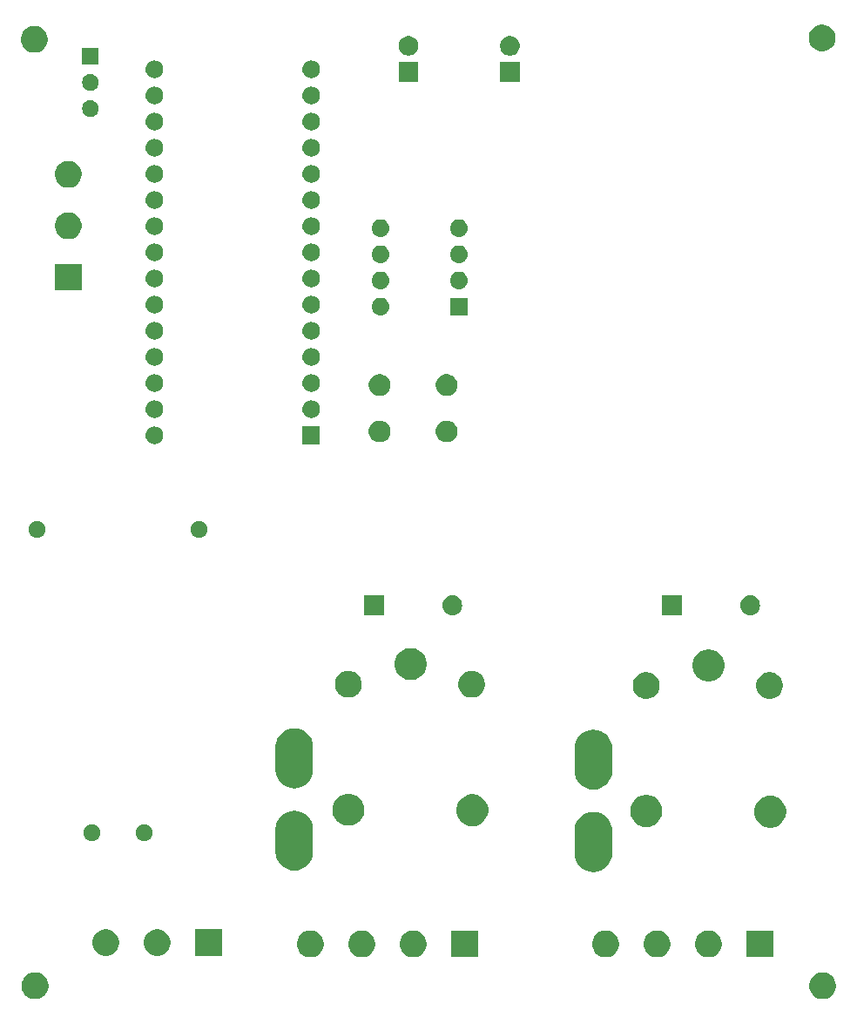
<source format=gbr>
G04 #@! TF.GenerationSoftware,KiCad,Pcbnew,5.0.2-bee76a0~70~ubuntu16.04.1*
G04 #@! TF.CreationDate,2019-03-16T11:45:13-06:00*
G04 #@! TF.ProjectId,LORA_Relay_AC,4c4f5241-5f52-4656-9c61-795f41432e6b,rev?*
G04 #@! TF.SameCoordinates,Original*
G04 #@! TF.FileFunction,Soldermask,Bot*
G04 #@! TF.FilePolarity,Negative*
%FSLAX46Y46*%
G04 Gerber Fmt 4.6, Leading zero omitted, Abs format (unit mm)*
G04 Created by KiCad (PCBNEW 5.0.2-bee76a0~70~ubuntu16.04.1) date Sat 16 Mar 2019 11:45:13 AM MDT*
%MOMM*%
%LPD*%
G01*
G04 APERTURE LIST*
%ADD10C,0.100000*%
G04 APERTURE END LIST*
D10*
G36*
X87310985Y-152418996D02*
X87310987Y-152418997D01*
X87310988Y-152418997D01*
X87547755Y-152517069D01*
X87760842Y-152659449D01*
X87942051Y-152840658D01*
X88084431Y-153053745D01*
X88182504Y-153290515D01*
X88232500Y-153541861D01*
X88232500Y-153798139D01*
X88182504Y-154049485D01*
X88084431Y-154286255D01*
X87942051Y-154499342D01*
X87760842Y-154680551D01*
X87760839Y-154680553D01*
X87547755Y-154822931D01*
X87310988Y-154921003D01*
X87310987Y-154921003D01*
X87310985Y-154921004D01*
X87059639Y-154971000D01*
X86803361Y-154971000D01*
X86552015Y-154921004D01*
X86552013Y-154921003D01*
X86552012Y-154921003D01*
X86315245Y-154822931D01*
X86102161Y-154680553D01*
X86102158Y-154680551D01*
X85920949Y-154499342D01*
X85778569Y-154286255D01*
X85680496Y-154049485D01*
X85630500Y-153798139D01*
X85630500Y-153541861D01*
X85680496Y-153290515D01*
X85778569Y-153053745D01*
X85920949Y-152840658D01*
X86102158Y-152659449D01*
X86315245Y-152517069D01*
X86552012Y-152418997D01*
X86552013Y-152418997D01*
X86552015Y-152418996D01*
X86803361Y-152369000D01*
X87059639Y-152369000D01*
X87310985Y-152418996D01*
X87310985Y-152418996D01*
G37*
G36*
X163891985Y-152418996D02*
X163891987Y-152418997D01*
X163891988Y-152418997D01*
X164128755Y-152517069D01*
X164341842Y-152659449D01*
X164523051Y-152840658D01*
X164665431Y-153053745D01*
X164763504Y-153290515D01*
X164813500Y-153541861D01*
X164813500Y-153798139D01*
X164763504Y-154049485D01*
X164665431Y-154286255D01*
X164523051Y-154499342D01*
X164341842Y-154680551D01*
X164341839Y-154680553D01*
X164128755Y-154822931D01*
X163891988Y-154921003D01*
X163891987Y-154921003D01*
X163891985Y-154921004D01*
X163640639Y-154971000D01*
X163384361Y-154971000D01*
X163133015Y-154921004D01*
X163133013Y-154921003D01*
X163133012Y-154921003D01*
X162896245Y-154822931D01*
X162683161Y-154680553D01*
X162683158Y-154680551D01*
X162501949Y-154499342D01*
X162359569Y-154286255D01*
X162261496Y-154049485D01*
X162211500Y-153798139D01*
X162211500Y-153541861D01*
X162261496Y-153290515D01*
X162359569Y-153053745D01*
X162501949Y-152840658D01*
X162683158Y-152659449D01*
X162896245Y-152517069D01*
X163133012Y-152418997D01*
X163133013Y-152418997D01*
X163133015Y-152418996D01*
X163384361Y-152369000D01*
X163640639Y-152369000D01*
X163891985Y-152418996D01*
X163891985Y-152418996D01*
G37*
G36*
X114077485Y-148354996D02*
X114077487Y-148354997D01*
X114077488Y-148354997D01*
X114314255Y-148453069D01*
X114527342Y-148595449D01*
X114708551Y-148776658D01*
X114850931Y-148989745D01*
X114949004Y-149226515D01*
X114999000Y-149477861D01*
X114999000Y-149734139D01*
X114949004Y-149985485D01*
X114850931Y-150222255D01*
X114708551Y-150435342D01*
X114527342Y-150616551D01*
X114527339Y-150616553D01*
X114314255Y-150758931D01*
X114077488Y-150857003D01*
X114077487Y-150857003D01*
X114077485Y-150857004D01*
X113826139Y-150907000D01*
X113569861Y-150907000D01*
X113318515Y-150857004D01*
X113318513Y-150857003D01*
X113318512Y-150857003D01*
X113081745Y-150758931D01*
X112868661Y-150616553D01*
X112868658Y-150616551D01*
X112687449Y-150435342D01*
X112545069Y-150222255D01*
X112446996Y-149985485D01*
X112397000Y-149734139D01*
X112397000Y-149477861D01*
X112446996Y-149226515D01*
X112545069Y-148989745D01*
X112687449Y-148776658D01*
X112868658Y-148595449D01*
X113081745Y-148453069D01*
X113318512Y-148354997D01*
X113318513Y-148354997D01*
X113318515Y-148354996D01*
X113569861Y-148305000D01*
X113826139Y-148305000D01*
X114077485Y-148354996D01*
X114077485Y-148354996D01*
G37*
G36*
X147779485Y-148354996D02*
X147779487Y-148354997D01*
X147779488Y-148354997D01*
X148016255Y-148453069D01*
X148229342Y-148595449D01*
X148410551Y-148776658D01*
X148552931Y-148989745D01*
X148651004Y-149226515D01*
X148701000Y-149477861D01*
X148701000Y-149734139D01*
X148651004Y-149985485D01*
X148552931Y-150222255D01*
X148410551Y-150435342D01*
X148229342Y-150616551D01*
X148229339Y-150616553D01*
X148016255Y-150758931D01*
X147779488Y-150857003D01*
X147779487Y-150857003D01*
X147779485Y-150857004D01*
X147528139Y-150907000D01*
X147271861Y-150907000D01*
X147020515Y-150857004D01*
X147020513Y-150857003D01*
X147020512Y-150857003D01*
X146783745Y-150758931D01*
X146570661Y-150616553D01*
X146570658Y-150616551D01*
X146389449Y-150435342D01*
X146247069Y-150222255D01*
X146148996Y-149985485D01*
X146099000Y-149734139D01*
X146099000Y-149477861D01*
X146148996Y-149226515D01*
X146247069Y-148989745D01*
X146389449Y-148776658D01*
X146570658Y-148595449D01*
X146783745Y-148453069D01*
X147020512Y-148354997D01*
X147020513Y-148354997D01*
X147020515Y-148354996D01*
X147271861Y-148305000D01*
X147528139Y-148305000D01*
X147779485Y-148354996D01*
X147779485Y-148354996D01*
G37*
G36*
X142779485Y-148354996D02*
X142779487Y-148354997D01*
X142779488Y-148354997D01*
X143016255Y-148453069D01*
X143229342Y-148595449D01*
X143410551Y-148776658D01*
X143552931Y-148989745D01*
X143651004Y-149226515D01*
X143701000Y-149477861D01*
X143701000Y-149734139D01*
X143651004Y-149985485D01*
X143552931Y-150222255D01*
X143410551Y-150435342D01*
X143229342Y-150616551D01*
X143229339Y-150616553D01*
X143016255Y-150758931D01*
X142779488Y-150857003D01*
X142779487Y-150857003D01*
X142779485Y-150857004D01*
X142528139Y-150907000D01*
X142271861Y-150907000D01*
X142020515Y-150857004D01*
X142020513Y-150857003D01*
X142020512Y-150857003D01*
X141783745Y-150758931D01*
X141570661Y-150616553D01*
X141570658Y-150616551D01*
X141389449Y-150435342D01*
X141247069Y-150222255D01*
X141148996Y-149985485D01*
X141099000Y-149734139D01*
X141099000Y-149477861D01*
X141148996Y-149226515D01*
X141247069Y-148989745D01*
X141389449Y-148776658D01*
X141570658Y-148595449D01*
X141783745Y-148453069D01*
X142020512Y-148354997D01*
X142020513Y-148354997D01*
X142020515Y-148354996D01*
X142271861Y-148305000D01*
X142528139Y-148305000D01*
X142779485Y-148354996D01*
X142779485Y-148354996D01*
G37*
G36*
X158701000Y-150907000D02*
X156099000Y-150907000D01*
X156099000Y-148305000D01*
X158701000Y-148305000D01*
X158701000Y-150907000D01*
X158701000Y-150907000D01*
G37*
G36*
X152779485Y-148354996D02*
X152779487Y-148354997D01*
X152779488Y-148354997D01*
X153016255Y-148453069D01*
X153229342Y-148595449D01*
X153410551Y-148776658D01*
X153552931Y-148989745D01*
X153651004Y-149226515D01*
X153701000Y-149477861D01*
X153701000Y-149734139D01*
X153651004Y-149985485D01*
X153552931Y-150222255D01*
X153410551Y-150435342D01*
X153229342Y-150616551D01*
X153229339Y-150616553D01*
X153016255Y-150758931D01*
X152779488Y-150857003D01*
X152779487Y-150857003D01*
X152779485Y-150857004D01*
X152528139Y-150907000D01*
X152271861Y-150907000D01*
X152020515Y-150857004D01*
X152020513Y-150857003D01*
X152020512Y-150857003D01*
X151783745Y-150758931D01*
X151570661Y-150616553D01*
X151570658Y-150616551D01*
X151389449Y-150435342D01*
X151247069Y-150222255D01*
X151148996Y-149985485D01*
X151099000Y-149734139D01*
X151099000Y-149477861D01*
X151148996Y-149226515D01*
X151247069Y-148989745D01*
X151389449Y-148776658D01*
X151570658Y-148595449D01*
X151783745Y-148453069D01*
X152020512Y-148354997D01*
X152020513Y-148354997D01*
X152020515Y-148354996D01*
X152271861Y-148305000D01*
X152528139Y-148305000D01*
X152779485Y-148354996D01*
X152779485Y-148354996D01*
G37*
G36*
X129999000Y-150907000D02*
X127397000Y-150907000D01*
X127397000Y-148305000D01*
X129999000Y-148305000D01*
X129999000Y-150907000D01*
X129999000Y-150907000D01*
G37*
G36*
X119077485Y-148354996D02*
X119077487Y-148354997D01*
X119077488Y-148354997D01*
X119314255Y-148453069D01*
X119527342Y-148595449D01*
X119708551Y-148776658D01*
X119850931Y-148989745D01*
X119949004Y-149226515D01*
X119999000Y-149477861D01*
X119999000Y-149734139D01*
X119949004Y-149985485D01*
X119850931Y-150222255D01*
X119708551Y-150435342D01*
X119527342Y-150616551D01*
X119527339Y-150616553D01*
X119314255Y-150758931D01*
X119077488Y-150857003D01*
X119077487Y-150857003D01*
X119077485Y-150857004D01*
X118826139Y-150907000D01*
X118569861Y-150907000D01*
X118318515Y-150857004D01*
X118318513Y-150857003D01*
X118318512Y-150857003D01*
X118081745Y-150758931D01*
X117868661Y-150616553D01*
X117868658Y-150616551D01*
X117687449Y-150435342D01*
X117545069Y-150222255D01*
X117446996Y-149985485D01*
X117397000Y-149734139D01*
X117397000Y-149477861D01*
X117446996Y-149226515D01*
X117545069Y-148989745D01*
X117687449Y-148776658D01*
X117868658Y-148595449D01*
X118081745Y-148453069D01*
X118318512Y-148354997D01*
X118318513Y-148354997D01*
X118318515Y-148354996D01*
X118569861Y-148305000D01*
X118826139Y-148305000D01*
X119077485Y-148354996D01*
X119077485Y-148354996D01*
G37*
G36*
X124077485Y-148354996D02*
X124077487Y-148354997D01*
X124077488Y-148354997D01*
X124314255Y-148453069D01*
X124527342Y-148595449D01*
X124708551Y-148776658D01*
X124850931Y-148989745D01*
X124949004Y-149226515D01*
X124999000Y-149477861D01*
X124999000Y-149734139D01*
X124949004Y-149985485D01*
X124850931Y-150222255D01*
X124708551Y-150435342D01*
X124527342Y-150616551D01*
X124527339Y-150616553D01*
X124314255Y-150758931D01*
X124077488Y-150857003D01*
X124077487Y-150857003D01*
X124077485Y-150857004D01*
X123826139Y-150907000D01*
X123569861Y-150907000D01*
X123318515Y-150857004D01*
X123318513Y-150857003D01*
X123318512Y-150857003D01*
X123081745Y-150758931D01*
X122868661Y-150616553D01*
X122868658Y-150616551D01*
X122687449Y-150435342D01*
X122545069Y-150222255D01*
X122446996Y-149985485D01*
X122397000Y-149734139D01*
X122397000Y-149477861D01*
X122446996Y-149226515D01*
X122545069Y-148989745D01*
X122687449Y-148776658D01*
X122868658Y-148595449D01*
X123081745Y-148453069D01*
X123318512Y-148354997D01*
X123318513Y-148354997D01*
X123318515Y-148354996D01*
X123569861Y-148305000D01*
X123826139Y-148305000D01*
X124077485Y-148354996D01*
X124077485Y-148354996D01*
G37*
G36*
X99185485Y-148227996D02*
X99185487Y-148227997D01*
X99185488Y-148227997D01*
X99371390Y-148305000D01*
X99422255Y-148326069D01*
X99635342Y-148468449D01*
X99816551Y-148649658D01*
X99958931Y-148862745D01*
X100057004Y-149099515D01*
X100107000Y-149350861D01*
X100107000Y-149607139D01*
X100057004Y-149858485D01*
X99958931Y-150095255D01*
X99816551Y-150308342D01*
X99635342Y-150489551D01*
X99635339Y-150489553D01*
X99422255Y-150631931D01*
X99185488Y-150730003D01*
X99185487Y-150730003D01*
X99185485Y-150730004D01*
X98934139Y-150780000D01*
X98677861Y-150780000D01*
X98426515Y-150730004D01*
X98426513Y-150730003D01*
X98426512Y-150730003D01*
X98189745Y-150631931D01*
X97976661Y-150489553D01*
X97976658Y-150489551D01*
X97795449Y-150308342D01*
X97653069Y-150095255D01*
X97554996Y-149858485D01*
X97505000Y-149607139D01*
X97505000Y-149350861D01*
X97554996Y-149099515D01*
X97653069Y-148862745D01*
X97795449Y-148649658D01*
X97976658Y-148468449D01*
X98189745Y-148326069D01*
X98240610Y-148305000D01*
X98426512Y-148227997D01*
X98426513Y-148227997D01*
X98426515Y-148227996D01*
X98677861Y-148178000D01*
X98934139Y-148178000D01*
X99185485Y-148227996D01*
X99185485Y-148227996D01*
G37*
G36*
X94185485Y-148227996D02*
X94185487Y-148227997D01*
X94185488Y-148227997D01*
X94371390Y-148305000D01*
X94422255Y-148326069D01*
X94635342Y-148468449D01*
X94816551Y-148649658D01*
X94958931Y-148862745D01*
X95057004Y-149099515D01*
X95107000Y-149350861D01*
X95107000Y-149607139D01*
X95057004Y-149858485D01*
X94958931Y-150095255D01*
X94816551Y-150308342D01*
X94635342Y-150489551D01*
X94635339Y-150489553D01*
X94422255Y-150631931D01*
X94185488Y-150730003D01*
X94185487Y-150730003D01*
X94185485Y-150730004D01*
X93934139Y-150780000D01*
X93677861Y-150780000D01*
X93426515Y-150730004D01*
X93426513Y-150730003D01*
X93426512Y-150730003D01*
X93189745Y-150631931D01*
X92976661Y-150489553D01*
X92976658Y-150489551D01*
X92795449Y-150308342D01*
X92653069Y-150095255D01*
X92554996Y-149858485D01*
X92505000Y-149607139D01*
X92505000Y-149350861D01*
X92554996Y-149099515D01*
X92653069Y-148862745D01*
X92795449Y-148649658D01*
X92976658Y-148468449D01*
X93189745Y-148326069D01*
X93240610Y-148305000D01*
X93426512Y-148227997D01*
X93426513Y-148227997D01*
X93426515Y-148227996D01*
X93677861Y-148178000D01*
X93934139Y-148178000D01*
X94185485Y-148227996D01*
X94185485Y-148227996D01*
G37*
G36*
X105107000Y-150780000D02*
X102505000Y-150780000D01*
X102505000Y-148178000D01*
X105107000Y-148178000D01*
X105107000Y-150780000D01*
X105107000Y-150780000D01*
G37*
G36*
X141582543Y-136817964D02*
X141582546Y-136817965D01*
X141582547Y-136817965D01*
X141927314Y-136922549D01*
X142245054Y-137092384D01*
X142245055Y-137092385D01*
X142245057Y-137092386D01*
X142523556Y-137320944D01*
X142725248Y-137566707D01*
X142752116Y-137599446D01*
X142921951Y-137917186D01*
X143006648Y-138196396D01*
X143026536Y-138261957D01*
X143053000Y-138530651D01*
X143053000Y-140869349D01*
X143026536Y-141138043D01*
X143026535Y-141138046D01*
X143026535Y-141138047D01*
X142921951Y-141482814D01*
X142752117Y-141800553D01*
X142752114Y-141800557D01*
X142523556Y-142079056D01*
X142245055Y-142307616D01*
X141927318Y-142477449D01*
X141927315Y-142477450D01*
X141927313Y-142477451D01*
X141582546Y-142582035D01*
X141582545Y-142582035D01*
X141582542Y-142582036D01*
X141224000Y-142617349D01*
X140865457Y-142582036D01*
X140865454Y-142582035D01*
X140865453Y-142582035D01*
X140520686Y-142477451D01*
X140202946Y-142307616D01*
X140202945Y-142307615D01*
X140202943Y-142307614D01*
X139924444Y-142079056D01*
X139695884Y-141800555D01*
X139526051Y-141482818D01*
X139487526Y-141355818D01*
X139421465Y-141138046D01*
X139421465Y-141138045D01*
X139421464Y-141138042D01*
X139395000Y-140869348D01*
X139395001Y-138530651D01*
X139421465Y-138261957D01*
X139441353Y-138196396D01*
X139526050Y-137917186D01*
X139695885Y-137599446D01*
X139722753Y-137566707D01*
X139924445Y-137320944D01*
X140202944Y-137092386D01*
X140202946Y-137092385D01*
X140202947Y-137092384D01*
X140520687Y-136922549D01*
X140865454Y-136817965D01*
X140865455Y-136817965D01*
X140865458Y-136817964D01*
X141224000Y-136782651D01*
X141582543Y-136817964D01*
X141582543Y-136817964D01*
G37*
G36*
X112499543Y-136690964D02*
X112499546Y-136690965D01*
X112499547Y-136690965D01*
X112844314Y-136795549D01*
X113162054Y-136965384D01*
X113162055Y-136965385D01*
X113162057Y-136965386D01*
X113440556Y-137193944D01*
X113642221Y-137439674D01*
X113669116Y-137472446D01*
X113838951Y-137790186D01*
X113903349Y-138002479D01*
X113943536Y-138134957D01*
X113970000Y-138403651D01*
X113970000Y-140742349D01*
X113943536Y-141011043D01*
X113943535Y-141011046D01*
X113943535Y-141011047D01*
X113838951Y-141355814D01*
X113669117Y-141673553D01*
X113669114Y-141673557D01*
X113440556Y-141952056D01*
X113162055Y-142180616D01*
X112844318Y-142350449D01*
X112844315Y-142350450D01*
X112844313Y-142350451D01*
X112499546Y-142455035D01*
X112499545Y-142455035D01*
X112499542Y-142455036D01*
X112141000Y-142490349D01*
X111782457Y-142455036D01*
X111782454Y-142455035D01*
X111782453Y-142455035D01*
X111437686Y-142350451D01*
X111119946Y-142180616D01*
X111119945Y-142180615D01*
X111119943Y-142180614D01*
X110841444Y-141952056D01*
X110612884Y-141673555D01*
X110443051Y-141355818D01*
X110376991Y-141138047D01*
X110338465Y-141011046D01*
X110338465Y-141011045D01*
X110338464Y-141011042D01*
X110312000Y-140742348D01*
X110312001Y-138403651D01*
X110338465Y-138134957D01*
X110378652Y-138002479D01*
X110443050Y-137790186D01*
X110612885Y-137472446D01*
X110639780Y-137439674D01*
X110841445Y-137193944D01*
X111119944Y-136965386D01*
X111119946Y-136965385D01*
X111119947Y-136965384D01*
X111437687Y-136795549D01*
X111782454Y-136690965D01*
X111782455Y-136690965D01*
X111782458Y-136690964D01*
X112141000Y-136655651D01*
X112499543Y-136690964D01*
X112499543Y-136690964D01*
G37*
G36*
X92693142Y-138029242D02*
X92841102Y-138090530D01*
X92974258Y-138179502D01*
X93087498Y-138292742D01*
X93176470Y-138425898D01*
X93237758Y-138573858D01*
X93269000Y-138730925D01*
X93269000Y-138891075D01*
X93237758Y-139048142D01*
X93176470Y-139196102D01*
X93087498Y-139329258D01*
X92974258Y-139442498D01*
X92841102Y-139531470D01*
X92693142Y-139592758D01*
X92536075Y-139624000D01*
X92375925Y-139624000D01*
X92218858Y-139592758D01*
X92070898Y-139531470D01*
X91937742Y-139442498D01*
X91824502Y-139329258D01*
X91735530Y-139196102D01*
X91674242Y-139048142D01*
X91643000Y-138891075D01*
X91643000Y-138730925D01*
X91674242Y-138573858D01*
X91735530Y-138425898D01*
X91824502Y-138292742D01*
X91937742Y-138179502D01*
X92070898Y-138090530D01*
X92218858Y-138029242D01*
X92375925Y-137998000D01*
X92536075Y-137998000D01*
X92693142Y-138029242D01*
X92693142Y-138029242D01*
G37*
G36*
X97773142Y-138029242D02*
X97921102Y-138090530D01*
X98054258Y-138179502D01*
X98167498Y-138292742D01*
X98256470Y-138425898D01*
X98317758Y-138573858D01*
X98349000Y-138730925D01*
X98349000Y-138891075D01*
X98317758Y-139048142D01*
X98256470Y-139196102D01*
X98167498Y-139329258D01*
X98054258Y-139442498D01*
X97921102Y-139531470D01*
X97773142Y-139592758D01*
X97616075Y-139624000D01*
X97455925Y-139624000D01*
X97298858Y-139592758D01*
X97150898Y-139531470D01*
X97017742Y-139442498D01*
X96904502Y-139329258D01*
X96815530Y-139196102D01*
X96754242Y-139048142D01*
X96723000Y-138891075D01*
X96723000Y-138730925D01*
X96754242Y-138573858D01*
X96815530Y-138425898D01*
X96904502Y-138292742D01*
X97017742Y-138179502D01*
X97150898Y-138090530D01*
X97298858Y-138029242D01*
X97455925Y-137998000D01*
X97616075Y-137998000D01*
X97773142Y-138029242D01*
X97773142Y-138029242D01*
G37*
G36*
X158752527Y-135243736D02*
X158852410Y-135263604D01*
X159134674Y-135380521D01*
X159388705Y-135550259D01*
X159604741Y-135766295D01*
X159774479Y-136020326D01*
X159891396Y-136302590D01*
X159891396Y-136302591D01*
X159951000Y-136602238D01*
X159951000Y-136907762D01*
X159916658Y-137080409D01*
X159891396Y-137207410D01*
X159774479Y-137489674D01*
X159604741Y-137743705D01*
X159388705Y-137959741D01*
X159134674Y-138129479D01*
X158852410Y-138246396D01*
X158774179Y-138261957D01*
X158552762Y-138306000D01*
X158247238Y-138306000D01*
X158025821Y-138261957D01*
X157947590Y-138246396D01*
X157665326Y-138129479D01*
X157411295Y-137959741D01*
X157195259Y-137743705D01*
X157025521Y-137489674D01*
X156908604Y-137207410D01*
X156883342Y-137080409D01*
X156849000Y-136907762D01*
X156849000Y-136602238D01*
X156908604Y-136302591D01*
X156908604Y-136302590D01*
X157025521Y-136020326D01*
X157195259Y-135766295D01*
X157411295Y-135550259D01*
X157665326Y-135380521D01*
X157947590Y-135263604D01*
X158047473Y-135243736D01*
X158247238Y-135204000D01*
X158552762Y-135204000D01*
X158752527Y-135243736D01*
X158752527Y-135243736D01*
G37*
G36*
X146702527Y-135193736D02*
X146802410Y-135213604D01*
X147084674Y-135330521D01*
X147338705Y-135500259D01*
X147554741Y-135716295D01*
X147724479Y-135970326D01*
X147809502Y-136175591D01*
X147841396Y-136252591D01*
X147901000Y-136552238D01*
X147901000Y-136857762D01*
X147879592Y-136965384D01*
X147841396Y-137157410D01*
X147724479Y-137439674D01*
X147554741Y-137693705D01*
X147338705Y-137909741D01*
X147084674Y-138079479D01*
X146802410Y-138196396D01*
X146702527Y-138216264D01*
X146502762Y-138256000D01*
X146197238Y-138256000D01*
X145997473Y-138216264D01*
X145897590Y-138196396D01*
X145615326Y-138079479D01*
X145361295Y-137909741D01*
X145145259Y-137693705D01*
X144975521Y-137439674D01*
X144858604Y-137157410D01*
X144820408Y-136965384D01*
X144799000Y-136857762D01*
X144799000Y-136552238D01*
X144858604Y-136252591D01*
X144890498Y-136175591D01*
X144975521Y-135970326D01*
X145145259Y-135716295D01*
X145361295Y-135500259D01*
X145615326Y-135330521D01*
X145897590Y-135213604D01*
X145997473Y-135193736D01*
X146197238Y-135154000D01*
X146502762Y-135154000D01*
X146702527Y-135193736D01*
X146702527Y-135193736D01*
G37*
G36*
X129796527Y-135116736D02*
X129896410Y-135136604D01*
X130178674Y-135253521D01*
X130432705Y-135423259D01*
X130648741Y-135639295D01*
X130818479Y-135893326D01*
X130935396Y-136175590D01*
X130935396Y-136175591D01*
X130995000Y-136475238D01*
X130995000Y-136780762D01*
X130966796Y-136922550D01*
X130935396Y-137080410D01*
X130818479Y-137362674D01*
X130648741Y-137616705D01*
X130432705Y-137832741D01*
X130178674Y-138002479D01*
X129896410Y-138119396D01*
X129818179Y-138134957D01*
X129596762Y-138179000D01*
X129291238Y-138179000D01*
X129069821Y-138134957D01*
X128991590Y-138119396D01*
X128709326Y-138002479D01*
X128455295Y-137832741D01*
X128239259Y-137616705D01*
X128069521Y-137362674D01*
X127952604Y-137080410D01*
X127921204Y-136922550D01*
X127893000Y-136780762D01*
X127893000Y-136475238D01*
X127952604Y-136175591D01*
X127952604Y-136175590D01*
X128069521Y-135893326D01*
X128239259Y-135639295D01*
X128455295Y-135423259D01*
X128709326Y-135253521D01*
X128991590Y-135136604D01*
X129091473Y-135116736D01*
X129291238Y-135077000D01*
X129596762Y-135077000D01*
X129796527Y-135116736D01*
X129796527Y-135116736D01*
G37*
G36*
X117746527Y-135066736D02*
X117846410Y-135086604D01*
X118128674Y-135203521D01*
X118382705Y-135373259D01*
X118598741Y-135589295D01*
X118768479Y-135843326D01*
X118841794Y-136020326D01*
X118885396Y-136125591D01*
X118945000Y-136425238D01*
X118945000Y-136730762D01*
X118927654Y-136817964D01*
X118885396Y-137030410D01*
X118768479Y-137312674D01*
X118598741Y-137566705D01*
X118382705Y-137782741D01*
X118128674Y-137952479D01*
X117846410Y-138069396D01*
X117795719Y-138079479D01*
X117546762Y-138129000D01*
X117241238Y-138129000D01*
X116992281Y-138079479D01*
X116941590Y-138069396D01*
X116659326Y-137952479D01*
X116405295Y-137782741D01*
X116189259Y-137566705D01*
X116019521Y-137312674D01*
X115902604Y-137030410D01*
X115860346Y-136817964D01*
X115843000Y-136730762D01*
X115843000Y-136425238D01*
X115902604Y-136125591D01*
X115946206Y-136020326D01*
X116019521Y-135843326D01*
X116189259Y-135589295D01*
X116405295Y-135373259D01*
X116659326Y-135203521D01*
X116941590Y-135086604D01*
X117041473Y-135066736D01*
X117241238Y-135027000D01*
X117546762Y-135027000D01*
X117746527Y-135066736D01*
X117746527Y-135066736D01*
G37*
G36*
X141582543Y-128817964D02*
X141582546Y-128817965D01*
X141582547Y-128817965D01*
X141927314Y-128922549D01*
X142245054Y-129092384D01*
X142245055Y-129092385D01*
X142245057Y-129092386D01*
X142523556Y-129320944D01*
X142752114Y-129599443D01*
X142921950Y-129917184D01*
X143026536Y-130261957D01*
X143053000Y-130530651D01*
X143053000Y-132869349D01*
X143026536Y-133138043D01*
X143026535Y-133138046D01*
X143026535Y-133138047D01*
X142921951Y-133482814D01*
X142752117Y-133800553D01*
X142752114Y-133800557D01*
X142523556Y-134079056D01*
X142245055Y-134307616D01*
X141927318Y-134477449D01*
X141927315Y-134477450D01*
X141927313Y-134477451D01*
X141582546Y-134582035D01*
X141582545Y-134582035D01*
X141582542Y-134582036D01*
X141224000Y-134617349D01*
X140865457Y-134582036D01*
X140865454Y-134582035D01*
X140865453Y-134582035D01*
X140520686Y-134477451D01*
X140202946Y-134307616D01*
X140202945Y-134307615D01*
X140202943Y-134307614D01*
X139924444Y-134079056D01*
X139695884Y-133800555D01*
X139526051Y-133482818D01*
X139487526Y-133355818D01*
X139421465Y-133138046D01*
X139421465Y-133138045D01*
X139421464Y-133138042D01*
X139395000Y-132869348D01*
X139395001Y-130530651D01*
X139421465Y-130261957D01*
X139526051Y-129917184D01*
X139695887Y-129599443D01*
X139924445Y-129320944D01*
X140202944Y-129092386D01*
X140202946Y-129092385D01*
X140202947Y-129092384D01*
X140520687Y-128922549D01*
X140865454Y-128817965D01*
X140865455Y-128817965D01*
X140865458Y-128817964D01*
X141224000Y-128782651D01*
X141582543Y-128817964D01*
X141582543Y-128817964D01*
G37*
G36*
X112499543Y-128690964D02*
X112499546Y-128690965D01*
X112499547Y-128690965D01*
X112844314Y-128795549D01*
X113162054Y-128965384D01*
X113162055Y-128965385D01*
X113162057Y-128965386D01*
X113440556Y-129193944D01*
X113669114Y-129472443D01*
X113669116Y-129472446D01*
X113813768Y-129743072D01*
X113838950Y-129790184D01*
X113943536Y-130134957D01*
X113970000Y-130403651D01*
X113970000Y-132742349D01*
X113943536Y-133011043D01*
X113943535Y-133011046D01*
X113943535Y-133011047D01*
X113838951Y-133355814D01*
X113669117Y-133673553D01*
X113669114Y-133673557D01*
X113440556Y-133952056D01*
X113162055Y-134180616D01*
X112844318Y-134350449D01*
X112844315Y-134350450D01*
X112844313Y-134350451D01*
X112499546Y-134455035D01*
X112499545Y-134455035D01*
X112499542Y-134455036D01*
X112141000Y-134490349D01*
X111782457Y-134455036D01*
X111782454Y-134455035D01*
X111782453Y-134455035D01*
X111437686Y-134350451D01*
X111119946Y-134180616D01*
X111119945Y-134180615D01*
X111119943Y-134180614D01*
X110841444Y-133952056D01*
X110612884Y-133673555D01*
X110443051Y-133355818D01*
X110376991Y-133138047D01*
X110338465Y-133011046D01*
X110338465Y-133011045D01*
X110338464Y-133011042D01*
X110312000Y-132742348D01*
X110312001Y-130403651D01*
X110338465Y-130134957D01*
X110443051Y-129790184D01*
X110468233Y-129743072D01*
X110612885Y-129472446D01*
X110612887Y-129472443D01*
X110841445Y-129193944D01*
X111119944Y-128965386D01*
X111119946Y-128965385D01*
X111119947Y-128965384D01*
X111437687Y-128795549D01*
X111782454Y-128690965D01*
X111782455Y-128690965D01*
X111782458Y-128690964D01*
X112141000Y-128655651D01*
X112499543Y-128690964D01*
X112499543Y-128690964D01*
G37*
G36*
X158729485Y-123253996D02*
X158729487Y-123253997D01*
X158729488Y-123253997D01*
X158815615Y-123289672D01*
X158966255Y-123352069D01*
X159179342Y-123494449D01*
X159360551Y-123675658D01*
X159502931Y-123888745D01*
X159601004Y-124125515D01*
X159651000Y-124376861D01*
X159651000Y-124633139D01*
X159601004Y-124884485D01*
X159502931Y-125121255D01*
X159360551Y-125334342D01*
X159179342Y-125515551D01*
X159179339Y-125515553D01*
X158966255Y-125657931D01*
X158729488Y-125756003D01*
X158729487Y-125756003D01*
X158729485Y-125756004D01*
X158478139Y-125806000D01*
X158221861Y-125806000D01*
X157970515Y-125756004D01*
X157970513Y-125756003D01*
X157970512Y-125756003D01*
X157733745Y-125657931D01*
X157520661Y-125515553D01*
X157520658Y-125515551D01*
X157339449Y-125334342D01*
X157197069Y-125121255D01*
X157098996Y-124884485D01*
X157049000Y-124633139D01*
X157049000Y-124376861D01*
X157098996Y-124125515D01*
X157197069Y-123888745D01*
X157339449Y-123675658D01*
X157520658Y-123494449D01*
X157733745Y-123352069D01*
X157884385Y-123289672D01*
X157970512Y-123253997D01*
X157970513Y-123253997D01*
X157970515Y-123253996D01*
X158221861Y-123204000D01*
X158478139Y-123204000D01*
X158729485Y-123253996D01*
X158729485Y-123253996D01*
G37*
G36*
X146729485Y-123253996D02*
X146729487Y-123253997D01*
X146729488Y-123253997D01*
X146815615Y-123289672D01*
X146966255Y-123352069D01*
X147179342Y-123494449D01*
X147360551Y-123675658D01*
X147502931Y-123888745D01*
X147601004Y-124125515D01*
X147651000Y-124376861D01*
X147651000Y-124633139D01*
X147601004Y-124884485D01*
X147502931Y-125121255D01*
X147360551Y-125334342D01*
X147179342Y-125515551D01*
X147179339Y-125515553D01*
X146966255Y-125657931D01*
X146729488Y-125756003D01*
X146729487Y-125756003D01*
X146729485Y-125756004D01*
X146478139Y-125806000D01*
X146221861Y-125806000D01*
X145970515Y-125756004D01*
X145970513Y-125756003D01*
X145970512Y-125756003D01*
X145733745Y-125657931D01*
X145520661Y-125515553D01*
X145520658Y-125515551D01*
X145339449Y-125334342D01*
X145197069Y-125121255D01*
X145098996Y-124884485D01*
X145049000Y-124633139D01*
X145049000Y-124376861D01*
X145098996Y-124125515D01*
X145197069Y-123888745D01*
X145339449Y-123675658D01*
X145520658Y-123494449D01*
X145733745Y-123352069D01*
X145884385Y-123289672D01*
X145970512Y-123253997D01*
X145970513Y-123253997D01*
X145970515Y-123253996D01*
X146221861Y-123204000D01*
X146478139Y-123204000D01*
X146729485Y-123253996D01*
X146729485Y-123253996D01*
G37*
G36*
X129773485Y-123126996D02*
X129773487Y-123126997D01*
X129773488Y-123126997D01*
X129859615Y-123162672D01*
X130010255Y-123225069D01*
X130223342Y-123367449D01*
X130404551Y-123548658D01*
X130404553Y-123548661D01*
X130546931Y-123761745D01*
X130616409Y-123929479D01*
X130645004Y-123998515D01*
X130695000Y-124249861D01*
X130695000Y-124506139D01*
X130645004Y-124757485D01*
X130546931Y-124994255D01*
X130404551Y-125207342D01*
X130223342Y-125388551D01*
X130223339Y-125388553D01*
X130010255Y-125530931D01*
X129773488Y-125629003D01*
X129773487Y-125629003D01*
X129773485Y-125629004D01*
X129522139Y-125679000D01*
X129265861Y-125679000D01*
X129014515Y-125629004D01*
X129014513Y-125629003D01*
X129014512Y-125629003D01*
X128777745Y-125530931D01*
X128564661Y-125388553D01*
X128564658Y-125388551D01*
X128383449Y-125207342D01*
X128241069Y-124994255D01*
X128142996Y-124757485D01*
X128093000Y-124506139D01*
X128093000Y-124249861D01*
X128142996Y-123998515D01*
X128171592Y-123929479D01*
X128241069Y-123761745D01*
X128383447Y-123548661D01*
X128383449Y-123548658D01*
X128564658Y-123367449D01*
X128777745Y-123225069D01*
X128928385Y-123162672D01*
X129014512Y-123126997D01*
X129014513Y-123126997D01*
X129014515Y-123126996D01*
X129265861Y-123077000D01*
X129522139Y-123077000D01*
X129773485Y-123126996D01*
X129773485Y-123126996D01*
G37*
G36*
X117773485Y-123126996D02*
X117773487Y-123126997D01*
X117773488Y-123126997D01*
X117859615Y-123162672D01*
X118010255Y-123225069D01*
X118223342Y-123367449D01*
X118404551Y-123548658D01*
X118404553Y-123548661D01*
X118546931Y-123761745D01*
X118616409Y-123929479D01*
X118645004Y-123998515D01*
X118695000Y-124249861D01*
X118695000Y-124506139D01*
X118645004Y-124757485D01*
X118546931Y-124994255D01*
X118404551Y-125207342D01*
X118223342Y-125388551D01*
X118223339Y-125388553D01*
X118010255Y-125530931D01*
X117773488Y-125629003D01*
X117773487Y-125629003D01*
X117773485Y-125629004D01*
X117522139Y-125679000D01*
X117265861Y-125679000D01*
X117014515Y-125629004D01*
X117014513Y-125629003D01*
X117014512Y-125629003D01*
X116777745Y-125530931D01*
X116564661Y-125388553D01*
X116564658Y-125388551D01*
X116383449Y-125207342D01*
X116241069Y-124994255D01*
X116142996Y-124757485D01*
X116093000Y-124506139D01*
X116093000Y-124249861D01*
X116142996Y-123998515D01*
X116171592Y-123929479D01*
X116241069Y-123761745D01*
X116383447Y-123548661D01*
X116383449Y-123548658D01*
X116564658Y-123367449D01*
X116777745Y-123225069D01*
X116928385Y-123162672D01*
X117014512Y-123126997D01*
X117014513Y-123126997D01*
X117014515Y-123126996D01*
X117265861Y-123077000D01*
X117522139Y-123077000D01*
X117773485Y-123126996D01*
X117773485Y-123126996D01*
G37*
G36*
X152752527Y-121043736D02*
X152852410Y-121063604D01*
X153134674Y-121180521D01*
X153388705Y-121350259D01*
X153604741Y-121566295D01*
X153774479Y-121820326D01*
X153891396Y-122102590D01*
X153951000Y-122402240D01*
X153951000Y-122707760D01*
X153891396Y-123007410D01*
X153774479Y-123289674D01*
X153604741Y-123543705D01*
X153388705Y-123759741D01*
X153134674Y-123929479D01*
X152852410Y-124046396D01*
X152752527Y-124066264D01*
X152552762Y-124106000D01*
X152247238Y-124106000D01*
X152047473Y-124066264D01*
X151947590Y-124046396D01*
X151665326Y-123929479D01*
X151411295Y-123759741D01*
X151195259Y-123543705D01*
X151025521Y-123289674D01*
X150908604Y-123007410D01*
X150849000Y-122707760D01*
X150849000Y-122402240D01*
X150908604Y-122102590D01*
X151025521Y-121820326D01*
X151195259Y-121566295D01*
X151411295Y-121350259D01*
X151665326Y-121180521D01*
X151947590Y-121063604D01*
X152047473Y-121043736D01*
X152247238Y-121004000D01*
X152552762Y-121004000D01*
X152752527Y-121043736D01*
X152752527Y-121043736D01*
G37*
G36*
X123796527Y-120916736D02*
X123896410Y-120936604D01*
X124178674Y-121053521D01*
X124432705Y-121223259D01*
X124648741Y-121439295D01*
X124818479Y-121693326D01*
X124935396Y-121975590D01*
X124995000Y-122275240D01*
X124995000Y-122580760D01*
X124935396Y-122880410D01*
X124818479Y-123162674D01*
X124648741Y-123416705D01*
X124432705Y-123632741D01*
X124178674Y-123802479D01*
X123896410Y-123919396D01*
X123845719Y-123929479D01*
X123596762Y-123979000D01*
X123291238Y-123979000D01*
X123042281Y-123929479D01*
X122991590Y-123919396D01*
X122709326Y-123802479D01*
X122455295Y-123632741D01*
X122239259Y-123416705D01*
X122069521Y-123162674D01*
X121952604Y-122880410D01*
X121893000Y-122580760D01*
X121893000Y-122275240D01*
X121952604Y-121975590D01*
X122069521Y-121693326D01*
X122239259Y-121439295D01*
X122455295Y-121223259D01*
X122709326Y-121053521D01*
X122991590Y-120936604D01*
X123091473Y-120916736D01*
X123291238Y-120877000D01*
X123596762Y-120877000D01*
X123796527Y-120916736D01*
X123796527Y-120916736D01*
G37*
G36*
X120839000Y-117664000D02*
X118937000Y-117664000D01*
X118937000Y-115762000D01*
X120839000Y-115762000D01*
X120839000Y-117664000D01*
X120839000Y-117664000D01*
G37*
G36*
X149795000Y-117664000D02*
X147893000Y-117664000D01*
X147893000Y-115762000D01*
X149795000Y-115762000D01*
X149795000Y-117664000D01*
X149795000Y-117664000D01*
G37*
G36*
X127694425Y-115775760D02*
X127694428Y-115775761D01*
X127694429Y-115775761D01*
X127873693Y-115830140D01*
X127873695Y-115830141D01*
X128038905Y-115918448D01*
X128183712Y-116037288D01*
X128302552Y-116182095D01*
X128390859Y-116347305D01*
X128445240Y-116526575D01*
X128463601Y-116713000D01*
X128445240Y-116899425D01*
X128390859Y-117078695D01*
X128302552Y-117243905D01*
X128183712Y-117388712D01*
X128038905Y-117507552D01*
X128038903Y-117507553D01*
X127873693Y-117595860D01*
X127694429Y-117650239D01*
X127694428Y-117650239D01*
X127694425Y-117650240D01*
X127554718Y-117664000D01*
X127461282Y-117664000D01*
X127321575Y-117650240D01*
X127321572Y-117650239D01*
X127321571Y-117650239D01*
X127142307Y-117595860D01*
X126977097Y-117507553D01*
X126977095Y-117507552D01*
X126832288Y-117388712D01*
X126713448Y-117243905D01*
X126625141Y-117078695D01*
X126570760Y-116899425D01*
X126552399Y-116713000D01*
X126570760Y-116526575D01*
X126625141Y-116347305D01*
X126713448Y-116182095D01*
X126832288Y-116037288D01*
X126977095Y-115918448D01*
X127142305Y-115830141D01*
X127142307Y-115830140D01*
X127321571Y-115775761D01*
X127321572Y-115775761D01*
X127321575Y-115775760D01*
X127461282Y-115762000D01*
X127554718Y-115762000D01*
X127694425Y-115775760D01*
X127694425Y-115775760D01*
G37*
G36*
X156650425Y-115775760D02*
X156650428Y-115775761D01*
X156650429Y-115775761D01*
X156829693Y-115830140D01*
X156829695Y-115830141D01*
X156994905Y-115918448D01*
X157139712Y-116037288D01*
X157258552Y-116182095D01*
X157346859Y-116347305D01*
X157401240Y-116526575D01*
X157419601Y-116713000D01*
X157401240Y-116899425D01*
X157346859Y-117078695D01*
X157258552Y-117243905D01*
X157139712Y-117388712D01*
X156994905Y-117507552D01*
X156994903Y-117507553D01*
X156829693Y-117595860D01*
X156650429Y-117650239D01*
X156650428Y-117650239D01*
X156650425Y-117650240D01*
X156510718Y-117664000D01*
X156417282Y-117664000D01*
X156277575Y-117650240D01*
X156277572Y-117650239D01*
X156277571Y-117650239D01*
X156098307Y-117595860D01*
X155933097Y-117507553D01*
X155933095Y-117507552D01*
X155788288Y-117388712D01*
X155669448Y-117243905D01*
X155581141Y-117078695D01*
X155526760Y-116899425D01*
X155508399Y-116713000D01*
X155526760Y-116526575D01*
X155581141Y-116347305D01*
X155669448Y-116182095D01*
X155788288Y-116037288D01*
X155933095Y-115918448D01*
X156098305Y-115830141D01*
X156098307Y-115830140D01*
X156277571Y-115775761D01*
X156277572Y-115775761D01*
X156277575Y-115775760D01*
X156417282Y-115762000D01*
X156510718Y-115762000D01*
X156650425Y-115775760D01*
X156650425Y-115775760D01*
G37*
G36*
X103107142Y-108565242D02*
X103255102Y-108626530D01*
X103388258Y-108715502D01*
X103501498Y-108828742D01*
X103590470Y-108961898D01*
X103651758Y-109109858D01*
X103683000Y-109266925D01*
X103683000Y-109427075D01*
X103651758Y-109584142D01*
X103590470Y-109732102D01*
X103501498Y-109865258D01*
X103388258Y-109978498D01*
X103255102Y-110067470D01*
X103107142Y-110128758D01*
X102950075Y-110160000D01*
X102789925Y-110160000D01*
X102632858Y-110128758D01*
X102484898Y-110067470D01*
X102351742Y-109978498D01*
X102238502Y-109865258D01*
X102149530Y-109732102D01*
X102088242Y-109584142D01*
X102057000Y-109427075D01*
X102057000Y-109266925D01*
X102088242Y-109109858D01*
X102149530Y-108961898D01*
X102238502Y-108828742D01*
X102351742Y-108715502D01*
X102484898Y-108626530D01*
X102632858Y-108565242D01*
X102789925Y-108534000D01*
X102950075Y-108534000D01*
X103107142Y-108565242D01*
X103107142Y-108565242D01*
G37*
G36*
X87359142Y-108565242D02*
X87507102Y-108626530D01*
X87640258Y-108715502D01*
X87753498Y-108828742D01*
X87842470Y-108961898D01*
X87903758Y-109109858D01*
X87935000Y-109266925D01*
X87935000Y-109427075D01*
X87903758Y-109584142D01*
X87842470Y-109732102D01*
X87753498Y-109865258D01*
X87640258Y-109978498D01*
X87507102Y-110067470D01*
X87359142Y-110128758D01*
X87202075Y-110160000D01*
X87041925Y-110160000D01*
X86884858Y-110128758D01*
X86736898Y-110067470D01*
X86603742Y-109978498D01*
X86490502Y-109865258D01*
X86401530Y-109732102D01*
X86340242Y-109584142D01*
X86309000Y-109427075D01*
X86309000Y-109266925D01*
X86340242Y-109109858D01*
X86401530Y-108961898D01*
X86490502Y-108828742D01*
X86603742Y-108715502D01*
X86736898Y-108626530D01*
X86884858Y-108565242D01*
X87041925Y-108534000D01*
X87202075Y-108534000D01*
X87359142Y-108565242D01*
X87359142Y-108565242D01*
G37*
G36*
X114643000Y-101054000D02*
X112941000Y-101054000D01*
X112941000Y-99352000D01*
X114643000Y-99352000D01*
X114643000Y-101054000D01*
X114643000Y-101054000D01*
G37*
G36*
X98718821Y-99364313D02*
X98718824Y-99364314D01*
X98718825Y-99364314D01*
X98879239Y-99412975D01*
X98879241Y-99412976D01*
X98879244Y-99412977D01*
X99027078Y-99491995D01*
X99156659Y-99598341D01*
X99263005Y-99727922D01*
X99342023Y-99875756D01*
X99342024Y-99875759D01*
X99342025Y-99875761D01*
X99390686Y-100036175D01*
X99390687Y-100036179D01*
X99407117Y-100203000D01*
X99390687Y-100369821D01*
X99342023Y-100530244D01*
X99263005Y-100678078D01*
X99156659Y-100807659D01*
X99027078Y-100914005D01*
X98879244Y-100993023D01*
X98879241Y-100993024D01*
X98879239Y-100993025D01*
X98718825Y-101041686D01*
X98718824Y-101041686D01*
X98718821Y-101041687D01*
X98593804Y-101054000D01*
X98510196Y-101054000D01*
X98385179Y-101041687D01*
X98385176Y-101041686D01*
X98385175Y-101041686D01*
X98224761Y-100993025D01*
X98224759Y-100993024D01*
X98224756Y-100993023D01*
X98076922Y-100914005D01*
X97947341Y-100807659D01*
X97840995Y-100678078D01*
X97761977Y-100530244D01*
X97713313Y-100369821D01*
X97696883Y-100203000D01*
X97713313Y-100036179D01*
X97713314Y-100036175D01*
X97761975Y-99875761D01*
X97761976Y-99875759D01*
X97761977Y-99875756D01*
X97840995Y-99727922D01*
X97947341Y-99598341D01*
X98076922Y-99491995D01*
X98224756Y-99412977D01*
X98224759Y-99412976D01*
X98224761Y-99412975D01*
X98385175Y-99364314D01*
X98385176Y-99364314D01*
X98385179Y-99364313D01*
X98510196Y-99352000D01*
X98593804Y-99352000D01*
X98718821Y-99364313D01*
X98718821Y-99364313D01*
G37*
G36*
X120743065Y-98802890D02*
X120934334Y-98882116D01*
X121106476Y-98997138D01*
X121252863Y-99143525D01*
X121367885Y-99315667D01*
X121447111Y-99506936D01*
X121487500Y-99709985D01*
X121487500Y-99917017D01*
X121447111Y-100120066D01*
X121367885Y-100311335D01*
X121252863Y-100483477D01*
X121106476Y-100629864D01*
X120934334Y-100744886D01*
X120743065Y-100824112D01*
X120540016Y-100864501D01*
X120332984Y-100864501D01*
X120129935Y-100824112D01*
X119938666Y-100744886D01*
X119766524Y-100629864D01*
X119620137Y-100483477D01*
X119505115Y-100311335D01*
X119425889Y-100120066D01*
X119385500Y-99917017D01*
X119385500Y-99709985D01*
X119425889Y-99506936D01*
X119505115Y-99315667D01*
X119620137Y-99143525D01*
X119766524Y-98997138D01*
X119938666Y-98882116D01*
X120129935Y-98802890D01*
X120332984Y-98762501D01*
X120540016Y-98762501D01*
X120743065Y-98802890D01*
X120743065Y-98802890D01*
G37*
G36*
X127243065Y-98802890D02*
X127434334Y-98882116D01*
X127606476Y-98997138D01*
X127752863Y-99143525D01*
X127867885Y-99315667D01*
X127947111Y-99506936D01*
X127987500Y-99709985D01*
X127987500Y-99917017D01*
X127947111Y-100120066D01*
X127867885Y-100311335D01*
X127752863Y-100483477D01*
X127606476Y-100629864D01*
X127434334Y-100744886D01*
X127243065Y-100824112D01*
X127040016Y-100864501D01*
X126832984Y-100864501D01*
X126629935Y-100824112D01*
X126438666Y-100744886D01*
X126266524Y-100629864D01*
X126120137Y-100483477D01*
X126005115Y-100311335D01*
X125925889Y-100120066D01*
X125885500Y-99917017D01*
X125885500Y-99709985D01*
X125925889Y-99506936D01*
X126005115Y-99315667D01*
X126120137Y-99143525D01*
X126266524Y-98997138D01*
X126438666Y-98882116D01*
X126629935Y-98802890D01*
X126832984Y-98762501D01*
X127040016Y-98762501D01*
X127243065Y-98802890D01*
X127243065Y-98802890D01*
G37*
G36*
X113958821Y-96824313D02*
X113958824Y-96824314D01*
X113958825Y-96824314D01*
X114119239Y-96872975D01*
X114119241Y-96872976D01*
X114119244Y-96872977D01*
X114267078Y-96951995D01*
X114396659Y-97058341D01*
X114503005Y-97187922D01*
X114582023Y-97335756D01*
X114630687Y-97496179D01*
X114647117Y-97663000D01*
X114630687Y-97829821D01*
X114582023Y-97990244D01*
X114503005Y-98138078D01*
X114396659Y-98267659D01*
X114267078Y-98374005D01*
X114119244Y-98453023D01*
X114119241Y-98453024D01*
X114119239Y-98453025D01*
X113958825Y-98501686D01*
X113958824Y-98501686D01*
X113958821Y-98501687D01*
X113833804Y-98514000D01*
X113750196Y-98514000D01*
X113625179Y-98501687D01*
X113625176Y-98501686D01*
X113625175Y-98501686D01*
X113464761Y-98453025D01*
X113464759Y-98453024D01*
X113464756Y-98453023D01*
X113316922Y-98374005D01*
X113187341Y-98267659D01*
X113080995Y-98138078D01*
X113001977Y-97990244D01*
X112953313Y-97829821D01*
X112936883Y-97663000D01*
X112953313Y-97496179D01*
X113001977Y-97335756D01*
X113080995Y-97187922D01*
X113187341Y-97058341D01*
X113316922Y-96951995D01*
X113464756Y-96872977D01*
X113464759Y-96872976D01*
X113464761Y-96872975D01*
X113625175Y-96824314D01*
X113625176Y-96824314D01*
X113625179Y-96824313D01*
X113750196Y-96812000D01*
X113833804Y-96812000D01*
X113958821Y-96824313D01*
X113958821Y-96824313D01*
G37*
G36*
X98718821Y-96824313D02*
X98718824Y-96824314D01*
X98718825Y-96824314D01*
X98879239Y-96872975D01*
X98879241Y-96872976D01*
X98879244Y-96872977D01*
X99027078Y-96951995D01*
X99156659Y-97058341D01*
X99263005Y-97187922D01*
X99342023Y-97335756D01*
X99390687Y-97496179D01*
X99407117Y-97663000D01*
X99390687Y-97829821D01*
X99342023Y-97990244D01*
X99263005Y-98138078D01*
X99156659Y-98267659D01*
X99027078Y-98374005D01*
X98879244Y-98453023D01*
X98879241Y-98453024D01*
X98879239Y-98453025D01*
X98718825Y-98501686D01*
X98718824Y-98501686D01*
X98718821Y-98501687D01*
X98593804Y-98514000D01*
X98510196Y-98514000D01*
X98385179Y-98501687D01*
X98385176Y-98501686D01*
X98385175Y-98501686D01*
X98224761Y-98453025D01*
X98224759Y-98453024D01*
X98224756Y-98453023D01*
X98076922Y-98374005D01*
X97947341Y-98267659D01*
X97840995Y-98138078D01*
X97761977Y-97990244D01*
X97713313Y-97829821D01*
X97696883Y-97663000D01*
X97713313Y-97496179D01*
X97761977Y-97335756D01*
X97840995Y-97187922D01*
X97947341Y-97058341D01*
X98076922Y-96951995D01*
X98224756Y-96872977D01*
X98224759Y-96872976D01*
X98224761Y-96872975D01*
X98385175Y-96824314D01*
X98385176Y-96824314D01*
X98385179Y-96824313D01*
X98510196Y-96812000D01*
X98593804Y-96812000D01*
X98718821Y-96824313D01*
X98718821Y-96824313D01*
G37*
G36*
X120743065Y-94302890D02*
X120934334Y-94382116D01*
X121106476Y-94497138D01*
X121252863Y-94643525D01*
X121367885Y-94815667D01*
X121447111Y-95006936D01*
X121487500Y-95209985D01*
X121487500Y-95417017D01*
X121447111Y-95620066D01*
X121367885Y-95811335D01*
X121252863Y-95983477D01*
X121106476Y-96129864D01*
X120934334Y-96244886D01*
X120743065Y-96324112D01*
X120540016Y-96364501D01*
X120332984Y-96364501D01*
X120129935Y-96324112D01*
X119938666Y-96244886D01*
X119766524Y-96129864D01*
X119620137Y-95983477D01*
X119505115Y-95811335D01*
X119425889Y-95620066D01*
X119385500Y-95417017D01*
X119385500Y-95209985D01*
X119425889Y-95006936D01*
X119505115Y-94815667D01*
X119620137Y-94643525D01*
X119766524Y-94497138D01*
X119938666Y-94382116D01*
X120129935Y-94302890D01*
X120332984Y-94262501D01*
X120540016Y-94262501D01*
X120743065Y-94302890D01*
X120743065Y-94302890D01*
G37*
G36*
X127243065Y-94302890D02*
X127434334Y-94382116D01*
X127606476Y-94497138D01*
X127752863Y-94643525D01*
X127867885Y-94815667D01*
X127947111Y-95006936D01*
X127987500Y-95209985D01*
X127987500Y-95417017D01*
X127947111Y-95620066D01*
X127867885Y-95811335D01*
X127752863Y-95983477D01*
X127606476Y-96129864D01*
X127434334Y-96244886D01*
X127243065Y-96324112D01*
X127040016Y-96364501D01*
X126832984Y-96364501D01*
X126629935Y-96324112D01*
X126438666Y-96244886D01*
X126266524Y-96129864D01*
X126120137Y-95983477D01*
X126005115Y-95811335D01*
X125925889Y-95620066D01*
X125885500Y-95417017D01*
X125885500Y-95209985D01*
X125925889Y-95006936D01*
X126005115Y-94815667D01*
X126120137Y-94643525D01*
X126266524Y-94497138D01*
X126438666Y-94382116D01*
X126629935Y-94302890D01*
X126832984Y-94262501D01*
X127040016Y-94262501D01*
X127243065Y-94302890D01*
X127243065Y-94302890D01*
G37*
G36*
X98718821Y-94284313D02*
X98718824Y-94284314D01*
X98718825Y-94284314D01*
X98879239Y-94332975D01*
X98879241Y-94332976D01*
X98879244Y-94332977D01*
X99027078Y-94411995D01*
X99156659Y-94518341D01*
X99263005Y-94647922D01*
X99342023Y-94795756D01*
X99390687Y-94956179D01*
X99407117Y-95123000D01*
X99390687Y-95289821D01*
X99390686Y-95289824D01*
X99390686Y-95289825D01*
X99352103Y-95417017D01*
X99342023Y-95450244D01*
X99263005Y-95598078D01*
X99156659Y-95727659D01*
X99027078Y-95834005D01*
X98879244Y-95913023D01*
X98879241Y-95913024D01*
X98879239Y-95913025D01*
X98718825Y-95961686D01*
X98718824Y-95961686D01*
X98718821Y-95961687D01*
X98593804Y-95974000D01*
X98510196Y-95974000D01*
X98385179Y-95961687D01*
X98385176Y-95961686D01*
X98385175Y-95961686D01*
X98224761Y-95913025D01*
X98224759Y-95913024D01*
X98224756Y-95913023D01*
X98076922Y-95834005D01*
X97947341Y-95727659D01*
X97840995Y-95598078D01*
X97761977Y-95450244D01*
X97751898Y-95417017D01*
X97713314Y-95289825D01*
X97713314Y-95289824D01*
X97713313Y-95289821D01*
X97696883Y-95123000D01*
X97713313Y-94956179D01*
X97761977Y-94795756D01*
X97840995Y-94647922D01*
X97947341Y-94518341D01*
X98076922Y-94411995D01*
X98224756Y-94332977D01*
X98224759Y-94332976D01*
X98224761Y-94332975D01*
X98385175Y-94284314D01*
X98385176Y-94284314D01*
X98385179Y-94284313D01*
X98510196Y-94272000D01*
X98593804Y-94272000D01*
X98718821Y-94284313D01*
X98718821Y-94284313D01*
G37*
G36*
X113958821Y-94284313D02*
X113958824Y-94284314D01*
X113958825Y-94284314D01*
X114119239Y-94332975D01*
X114119241Y-94332976D01*
X114119244Y-94332977D01*
X114267078Y-94411995D01*
X114396659Y-94518341D01*
X114503005Y-94647922D01*
X114582023Y-94795756D01*
X114630687Y-94956179D01*
X114647117Y-95123000D01*
X114630687Y-95289821D01*
X114630686Y-95289824D01*
X114630686Y-95289825D01*
X114592103Y-95417017D01*
X114582023Y-95450244D01*
X114503005Y-95598078D01*
X114396659Y-95727659D01*
X114267078Y-95834005D01*
X114119244Y-95913023D01*
X114119241Y-95913024D01*
X114119239Y-95913025D01*
X113958825Y-95961686D01*
X113958824Y-95961686D01*
X113958821Y-95961687D01*
X113833804Y-95974000D01*
X113750196Y-95974000D01*
X113625179Y-95961687D01*
X113625176Y-95961686D01*
X113625175Y-95961686D01*
X113464761Y-95913025D01*
X113464759Y-95913024D01*
X113464756Y-95913023D01*
X113316922Y-95834005D01*
X113187341Y-95727659D01*
X113080995Y-95598078D01*
X113001977Y-95450244D01*
X112991898Y-95417017D01*
X112953314Y-95289825D01*
X112953314Y-95289824D01*
X112953313Y-95289821D01*
X112936883Y-95123000D01*
X112953313Y-94956179D01*
X113001977Y-94795756D01*
X113080995Y-94647922D01*
X113187341Y-94518341D01*
X113316922Y-94411995D01*
X113464756Y-94332977D01*
X113464759Y-94332976D01*
X113464761Y-94332975D01*
X113625175Y-94284314D01*
X113625176Y-94284314D01*
X113625179Y-94284313D01*
X113750196Y-94272000D01*
X113833804Y-94272000D01*
X113958821Y-94284313D01*
X113958821Y-94284313D01*
G37*
G36*
X113958821Y-91744313D02*
X113958824Y-91744314D01*
X113958825Y-91744314D01*
X114119239Y-91792975D01*
X114119241Y-91792976D01*
X114119244Y-91792977D01*
X114267078Y-91871995D01*
X114396659Y-91978341D01*
X114503005Y-92107922D01*
X114582023Y-92255756D01*
X114630687Y-92416179D01*
X114647117Y-92583000D01*
X114630687Y-92749821D01*
X114582023Y-92910244D01*
X114503005Y-93058078D01*
X114396659Y-93187659D01*
X114267078Y-93294005D01*
X114119244Y-93373023D01*
X114119241Y-93373024D01*
X114119239Y-93373025D01*
X113958825Y-93421686D01*
X113958824Y-93421686D01*
X113958821Y-93421687D01*
X113833804Y-93434000D01*
X113750196Y-93434000D01*
X113625179Y-93421687D01*
X113625176Y-93421686D01*
X113625175Y-93421686D01*
X113464761Y-93373025D01*
X113464759Y-93373024D01*
X113464756Y-93373023D01*
X113316922Y-93294005D01*
X113187341Y-93187659D01*
X113080995Y-93058078D01*
X113001977Y-92910244D01*
X112953313Y-92749821D01*
X112936883Y-92583000D01*
X112953313Y-92416179D01*
X113001977Y-92255756D01*
X113080995Y-92107922D01*
X113187341Y-91978341D01*
X113316922Y-91871995D01*
X113464756Y-91792977D01*
X113464759Y-91792976D01*
X113464761Y-91792975D01*
X113625175Y-91744314D01*
X113625176Y-91744314D01*
X113625179Y-91744313D01*
X113750196Y-91732000D01*
X113833804Y-91732000D01*
X113958821Y-91744313D01*
X113958821Y-91744313D01*
G37*
G36*
X98718821Y-91744313D02*
X98718824Y-91744314D01*
X98718825Y-91744314D01*
X98879239Y-91792975D01*
X98879241Y-91792976D01*
X98879244Y-91792977D01*
X99027078Y-91871995D01*
X99156659Y-91978341D01*
X99263005Y-92107922D01*
X99342023Y-92255756D01*
X99390687Y-92416179D01*
X99407117Y-92583000D01*
X99390687Y-92749821D01*
X99342023Y-92910244D01*
X99263005Y-93058078D01*
X99156659Y-93187659D01*
X99027078Y-93294005D01*
X98879244Y-93373023D01*
X98879241Y-93373024D01*
X98879239Y-93373025D01*
X98718825Y-93421686D01*
X98718824Y-93421686D01*
X98718821Y-93421687D01*
X98593804Y-93434000D01*
X98510196Y-93434000D01*
X98385179Y-93421687D01*
X98385176Y-93421686D01*
X98385175Y-93421686D01*
X98224761Y-93373025D01*
X98224759Y-93373024D01*
X98224756Y-93373023D01*
X98076922Y-93294005D01*
X97947341Y-93187659D01*
X97840995Y-93058078D01*
X97761977Y-92910244D01*
X97713313Y-92749821D01*
X97696883Y-92583000D01*
X97713313Y-92416179D01*
X97761977Y-92255756D01*
X97840995Y-92107922D01*
X97947341Y-91978341D01*
X98076922Y-91871995D01*
X98224756Y-91792977D01*
X98224759Y-91792976D01*
X98224761Y-91792975D01*
X98385175Y-91744314D01*
X98385176Y-91744314D01*
X98385179Y-91744313D01*
X98510196Y-91732000D01*
X98593804Y-91732000D01*
X98718821Y-91744313D01*
X98718821Y-91744313D01*
G37*
G36*
X98718821Y-89204313D02*
X98718824Y-89204314D01*
X98718825Y-89204314D01*
X98879239Y-89252975D01*
X98879241Y-89252976D01*
X98879244Y-89252977D01*
X99027078Y-89331995D01*
X99156659Y-89438341D01*
X99263005Y-89567922D01*
X99342023Y-89715756D01*
X99390687Y-89876179D01*
X99407117Y-90043000D01*
X99390687Y-90209821D01*
X99342023Y-90370244D01*
X99263005Y-90518078D01*
X99156659Y-90647659D01*
X99027078Y-90754005D01*
X98879244Y-90833023D01*
X98879241Y-90833024D01*
X98879239Y-90833025D01*
X98718825Y-90881686D01*
X98718824Y-90881686D01*
X98718821Y-90881687D01*
X98593804Y-90894000D01*
X98510196Y-90894000D01*
X98385179Y-90881687D01*
X98385176Y-90881686D01*
X98385175Y-90881686D01*
X98224761Y-90833025D01*
X98224759Y-90833024D01*
X98224756Y-90833023D01*
X98076922Y-90754005D01*
X97947341Y-90647659D01*
X97840995Y-90518078D01*
X97761977Y-90370244D01*
X97713313Y-90209821D01*
X97696883Y-90043000D01*
X97713313Y-89876179D01*
X97761977Y-89715756D01*
X97840995Y-89567922D01*
X97947341Y-89438341D01*
X98076922Y-89331995D01*
X98224756Y-89252977D01*
X98224759Y-89252976D01*
X98224761Y-89252975D01*
X98385175Y-89204314D01*
X98385176Y-89204314D01*
X98385179Y-89204313D01*
X98510196Y-89192000D01*
X98593804Y-89192000D01*
X98718821Y-89204313D01*
X98718821Y-89204313D01*
G37*
G36*
X113958821Y-89204313D02*
X113958824Y-89204314D01*
X113958825Y-89204314D01*
X114119239Y-89252975D01*
X114119241Y-89252976D01*
X114119244Y-89252977D01*
X114267078Y-89331995D01*
X114396659Y-89438341D01*
X114503005Y-89567922D01*
X114582023Y-89715756D01*
X114630687Y-89876179D01*
X114647117Y-90043000D01*
X114630687Y-90209821D01*
X114582023Y-90370244D01*
X114503005Y-90518078D01*
X114396659Y-90647659D01*
X114267078Y-90754005D01*
X114119244Y-90833023D01*
X114119241Y-90833024D01*
X114119239Y-90833025D01*
X113958825Y-90881686D01*
X113958824Y-90881686D01*
X113958821Y-90881687D01*
X113833804Y-90894000D01*
X113750196Y-90894000D01*
X113625179Y-90881687D01*
X113625176Y-90881686D01*
X113625175Y-90881686D01*
X113464761Y-90833025D01*
X113464759Y-90833024D01*
X113464756Y-90833023D01*
X113316922Y-90754005D01*
X113187341Y-90647659D01*
X113080995Y-90518078D01*
X113001977Y-90370244D01*
X112953313Y-90209821D01*
X112936883Y-90043000D01*
X112953313Y-89876179D01*
X113001977Y-89715756D01*
X113080995Y-89567922D01*
X113187341Y-89438341D01*
X113316922Y-89331995D01*
X113464756Y-89252977D01*
X113464759Y-89252976D01*
X113464761Y-89252975D01*
X113625175Y-89204314D01*
X113625176Y-89204314D01*
X113625179Y-89204313D01*
X113750196Y-89192000D01*
X113833804Y-89192000D01*
X113958821Y-89204313D01*
X113958821Y-89204313D01*
G37*
G36*
X128994000Y-88544500D02*
X127292000Y-88544500D01*
X127292000Y-86842500D01*
X128994000Y-86842500D01*
X128994000Y-88544500D01*
X128994000Y-88544500D01*
G37*
G36*
X120689821Y-86854813D02*
X120689824Y-86854814D01*
X120689825Y-86854814D01*
X120850239Y-86903475D01*
X120850241Y-86903476D01*
X120850244Y-86903477D01*
X120998078Y-86982495D01*
X121127659Y-87088841D01*
X121234005Y-87218422D01*
X121313023Y-87366256D01*
X121361687Y-87526679D01*
X121378117Y-87693500D01*
X121361687Y-87860321D01*
X121313023Y-88020744D01*
X121234005Y-88168578D01*
X121127659Y-88298159D01*
X120998078Y-88404505D01*
X120850244Y-88483523D01*
X120850241Y-88483524D01*
X120850239Y-88483525D01*
X120689825Y-88532186D01*
X120689824Y-88532186D01*
X120689821Y-88532187D01*
X120564804Y-88544500D01*
X120481196Y-88544500D01*
X120356179Y-88532187D01*
X120356176Y-88532186D01*
X120356175Y-88532186D01*
X120195761Y-88483525D01*
X120195759Y-88483524D01*
X120195756Y-88483523D01*
X120047922Y-88404505D01*
X119918341Y-88298159D01*
X119811995Y-88168578D01*
X119732977Y-88020744D01*
X119684313Y-87860321D01*
X119667883Y-87693500D01*
X119684313Y-87526679D01*
X119732977Y-87366256D01*
X119811995Y-87218422D01*
X119918341Y-87088841D01*
X120047922Y-86982495D01*
X120195756Y-86903477D01*
X120195759Y-86903476D01*
X120195761Y-86903475D01*
X120356175Y-86854814D01*
X120356176Y-86854814D01*
X120356179Y-86854813D01*
X120481196Y-86842500D01*
X120564804Y-86842500D01*
X120689821Y-86854813D01*
X120689821Y-86854813D01*
G37*
G36*
X98718821Y-86664313D02*
X98718824Y-86664314D01*
X98718825Y-86664314D01*
X98879239Y-86712975D01*
X98879241Y-86712976D01*
X98879244Y-86712977D01*
X99027078Y-86791995D01*
X99156659Y-86898341D01*
X99263005Y-87027922D01*
X99342023Y-87175756D01*
X99390687Y-87336179D01*
X99407117Y-87503000D01*
X99390687Y-87669821D01*
X99342023Y-87830244D01*
X99263005Y-87978078D01*
X99156659Y-88107659D01*
X99027078Y-88214005D01*
X98879244Y-88293023D01*
X98879241Y-88293024D01*
X98879239Y-88293025D01*
X98718825Y-88341686D01*
X98718824Y-88341686D01*
X98718821Y-88341687D01*
X98593804Y-88354000D01*
X98510196Y-88354000D01*
X98385179Y-88341687D01*
X98385176Y-88341686D01*
X98385175Y-88341686D01*
X98224761Y-88293025D01*
X98224759Y-88293024D01*
X98224756Y-88293023D01*
X98076922Y-88214005D01*
X97947341Y-88107659D01*
X97840995Y-87978078D01*
X97761977Y-87830244D01*
X97713313Y-87669821D01*
X97696883Y-87503000D01*
X97713313Y-87336179D01*
X97761977Y-87175756D01*
X97840995Y-87027922D01*
X97947341Y-86898341D01*
X98076922Y-86791995D01*
X98224756Y-86712977D01*
X98224759Y-86712976D01*
X98224761Y-86712975D01*
X98385175Y-86664314D01*
X98385176Y-86664314D01*
X98385179Y-86664313D01*
X98510196Y-86652000D01*
X98593804Y-86652000D01*
X98718821Y-86664313D01*
X98718821Y-86664313D01*
G37*
G36*
X113958821Y-86664313D02*
X113958824Y-86664314D01*
X113958825Y-86664314D01*
X114119239Y-86712975D01*
X114119241Y-86712976D01*
X114119244Y-86712977D01*
X114267078Y-86791995D01*
X114396659Y-86898341D01*
X114503005Y-87027922D01*
X114582023Y-87175756D01*
X114630687Y-87336179D01*
X114647117Y-87503000D01*
X114630687Y-87669821D01*
X114582023Y-87830244D01*
X114503005Y-87978078D01*
X114396659Y-88107659D01*
X114267078Y-88214005D01*
X114119244Y-88293023D01*
X114119241Y-88293024D01*
X114119239Y-88293025D01*
X113958825Y-88341686D01*
X113958824Y-88341686D01*
X113958821Y-88341687D01*
X113833804Y-88354000D01*
X113750196Y-88354000D01*
X113625179Y-88341687D01*
X113625176Y-88341686D01*
X113625175Y-88341686D01*
X113464761Y-88293025D01*
X113464759Y-88293024D01*
X113464756Y-88293023D01*
X113316922Y-88214005D01*
X113187341Y-88107659D01*
X113080995Y-87978078D01*
X113001977Y-87830244D01*
X112953313Y-87669821D01*
X112936883Y-87503000D01*
X112953313Y-87336179D01*
X113001977Y-87175756D01*
X113080995Y-87027922D01*
X113187341Y-86898341D01*
X113316922Y-86791995D01*
X113464756Y-86712977D01*
X113464759Y-86712976D01*
X113464761Y-86712975D01*
X113625175Y-86664314D01*
X113625176Y-86664314D01*
X113625179Y-86664313D01*
X113750196Y-86652000D01*
X113833804Y-86652000D01*
X113958821Y-86664313D01*
X113958821Y-86664313D01*
G37*
G36*
X91471000Y-86137000D02*
X88869000Y-86137000D01*
X88869000Y-83535000D01*
X91471000Y-83535000D01*
X91471000Y-86137000D01*
X91471000Y-86137000D01*
G37*
G36*
X120689821Y-84314813D02*
X120689824Y-84314814D01*
X120689825Y-84314814D01*
X120850239Y-84363475D01*
X120850241Y-84363476D01*
X120850244Y-84363477D01*
X120998078Y-84442495D01*
X121127659Y-84548841D01*
X121234005Y-84678422D01*
X121313023Y-84826256D01*
X121361687Y-84986679D01*
X121378117Y-85153500D01*
X121361687Y-85320321D01*
X121313023Y-85480744D01*
X121234005Y-85628578D01*
X121127659Y-85758159D01*
X120998078Y-85864505D01*
X120850244Y-85943523D01*
X120850241Y-85943524D01*
X120850239Y-85943525D01*
X120689825Y-85992186D01*
X120689824Y-85992186D01*
X120689821Y-85992187D01*
X120564804Y-86004500D01*
X120481196Y-86004500D01*
X120356179Y-85992187D01*
X120356176Y-85992186D01*
X120356175Y-85992186D01*
X120195761Y-85943525D01*
X120195759Y-85943524D01*
X120195756Y-85943523D01*
X120047922Y-85864505D01*
X119918341Y-85758159D01*
X119811995Y-85628578D01*
X119732977Y-85480744D01*
X119684313Y-85320321D01*
X119667883Y-85153500D01*
X119684313Y-84986679D01*
X119732977Y-84826256D01*
X119811995Y-84678422D01*
X119918341Y-84548841D01*
X120047922Y-84442495D01*
X120195756Y-84363477D01*
X120195759Y-84363476D01*
X120195761Y-84363475D01*
X120356175Y-84314814D01*
X120356176Y-84314814D01*
X120356179Y-84314813D01*
X120481196Y-84302500D01*
X120564804Y-84302500D01*
X120689821Y-84314813D01*
X120689821Y-84314813D01*
G37*
G36*
X128309821Y-84314813D02*
X128309824Y-84314814D01*
X128309825Y-84314814D01*
X128470239Y-84363475D01*
X128470241Y-84363476D01*
X128470244Y-84363477D01*
X128618078Y-84442495D01*
X128747659Y-84548841D01*
X128854005Y-84678422D01*
X128933023Y-84826256D01*
X128981687Y-84986679D01*
X128998117Y-85153500D01*
X128981687Y-85320321D01*
X128933023Y-85480744D01*
X128854005Y-85628578D01*
X128747659Y-85758159D01*
X128618078Y-85864505D01*
X128470244Y-85943523D01*
X128470241Y-85943524D01*
X128470239Y-85943525D01*
X128309825Y-85992186D01*
X128309824Y-85992186D01*
X128309821Y-85992187D01*
X128184804Y-86004500D01*
X128101196Y-86004500D01*
X127976179Y-85992187D01*
X127976176Y-85992186D01*
X127976175Y-85992186D01*
X127815761Y-85943525D01*
X127815759Y-85943524D01*
X127815756Y-85943523D01*
X127667922Y-85864505D01*
X127538341Y-85758159D01*
X127431995Y-85628578D01*
X127352977Y-85480744D01*
X127304313Y-85320321D01*
X127287883Y-85153500D01*
X127304313Y-84986679D01*
X127352977Y-84826256D01*
X127431995Y-84678422D01*
X127538341Y-84548841D01*
X127667922Y-84442495D01*
X127815756Y-84363477D01*
X127815759Y-84363476D01*
X127815761Y-84363475D01*
X127976175Y-84314814D01*
X127976176Y-84314814D01*
X127976179Y-84314813D01*
X128101196Y-84302500D01*
X128184804Y-84302500D01*
X128309821Y-84314813D01*
X128309821Y-84314813D01*
G37*
G36*
X113958821Y-84124313D02*
X113958824Y-84124314D01*
X113958825Y-84124314D01*
X114119239Y-84172975D01*
X114119241Y-84172976D01*
X114119244Y-84172977D01*
X114267078Y-84251995D01*
X114396659Y-84358341D01*
X114503005Y-84487922D01*
X114582023Y-84635756D01*
X114630687Y-84796179D01*
X114647117Y-84963000D01*
X114630687Y-85129821D01*
X114582023Y-85290244D01*
X114503005Y-85438078D01*
X114396659Y-85567659D01*
X114267078Y-85674005D01*
X114119244Y-85753023D01*
X114119241Y-85753024D01*
X114119239Y-85753025D01*
X113958825Y-85801686D01*
X113958824Y-85801686D01*
X113958821Y-85801687D01*
X113833804Y-85814000D01*
X113750196Y-85814000D01*
X113625179Y-85801687D01*
X113625176Y-85801686D01*
X113625175Y-85801686D01*
X113464761Y-85753025D01*
X113464759Y-85753024D01*
X113464756Y-85753023D01*
X113316922Y-85674005D01*
X113187341Y-85567659D01*
X113080995Y-85438078D01*
X113001977Y-85290244D01*
X112953313Y-85129821D01*
X112936883Y-84963000D01*
X112953313Y-84796179D01*
X113001977Y-84635756D01*
X113080995Y-84487922D01*
X113187341Y-84358341D01*
X113316922Y-84251995D01*
X113464756Y-84172977D01*
X113464759Y-84172976D01*
X113464761Y-84172975D01*
X113625175Y-84124314D01*
X113625176Y-84124314D01*
X113625179Y-84124313D01*
X113750196Y-84112000D01*
X113833804Y-84112000D01*
X113958821Y-84124313D01*
X113958821Y-84124313D01*
G37*
G36*
X98718821Y-84124313D02*
X98718824Y-84124314D01*
X98718825Y-84124314D01*
X98879239Y-84172975D01*
X98879241Y-84172976D01*
X98879244Y-84172977D01*
X99027078Y-84251995D01*
X99156659Y-84358341D01*
X99263005Y-84487922D01*
X99342023Y-84635756D01*
X99390687Y-84796179D01*
X99407117Y-84963000D01*
X99390687Y-85129821D01*
X99342023Y-85290244D01*
X99263005Y-85438078D01*
X99156659Y-85567659D01*
X99027078Y-85674005D01*
X98879244Y-85753023D01*
X98879241Y-85753024D01*
X98879239Y-85753025D01*
X98718825Y-85801686D01*
X98718824Y-85801686D01*
X98718821Y-85801687D01*
X98593804Y-85814000D01*
X98510196Y-85814000D01*
X98385179Y-85801687D01*
X98385176Y-85801686D01*
X98385175Y-85801686D01*
X98224761Y-85753025D01*
X98224759Y-85753024D01*
X98224756Y-85753023D01*
X98076922Y-85674005D01*
X97947341Y-85567659D01*
X97840995Y-85438078D01*
X97761977Y-85290244D01*
X97713313Y-85129821D01*
X97696883Y-84963000D01*
X97713313Y-84796179D01*
X97761977Y-84635756D01*
X97840995Y-84487922D01*
X97947341Y-84358341D01*
X98076922Y-84251995D01*
X98224756Y-84172977D01*
X98224759Y-84172976D01*
X98224761Y-84172975D01*
X98385175Y-84124314D01*
X98385176Y-84124314D01*
X98385179Y-84124313D01*
X98510196Y-84112000D01*
X98593804Y-84112000D01*
X98718821Y-84124313D01*
X98718821Y-84124313D01*
G37*
G36*
X120689821Y-81774813D02*
X120689824Y-81774814D01*
X120689825Y-81774814D01*
X120850239Y-81823475D01*
X120850241Y-81823476D01*
X120850244Y-81823477D01*
X120998078Y-81902495D01*
X121127659Y-82008841D01*
X121234005Y-82138422D01*
X121313023Y-82286256D01*
X121361687Y-82446679D01*
X121378117Y-82613500D01*
X121361687Y-82780321D01*
X121313023Y-82940744D01*
X121234005Y-83088578D01*
X121127659Y-83218159D01*
X120998078Y-83324505D01*
X120850244Y-83403523D01*
X120850241Y-83403524D01*
X120850239Y-83403525D01*
X120689825Y-83452186D01*
X120689824Y-83452186D01*
X120689821Y-83452187D01*
X120564804Y-83464500D01*
X120481196Y-83464500D01*
X120356179Y-83452187D01*
X120356176Y-83452186D01*
X120356175Y-83452186D01*
X120195761Y-83403525D01*
X120195759Y-83403524D01*
X120195756Y-83403523D01*
X120047922Y-83324505D01*
X119918341Y-83218159D01*
X119811995Y-83088578D01*
X119732977Y-82940744D01*
X119684313Y-82780321D01*
X119667883Y-82613500D01*
X119684313Y-82446679D01*
X119732977Y-82286256D01*
X119811995Y-82138422D01*
X119918341Y-82008841D01*
X120047922Y-81902495D01*
X120195756Y-81823477D01*
X120195759Y-81823476D01*
X120195761Y-81823475D01*
X120356175Y-81774814D01*
X120356176Y-81774814D01*
X120356179Y-81774813D01*
X120481196Y-81762500D01*
X120564804Y-81762500D01*
X120689821Y-81774813D01*
X120689821Y-81774813D01*
G37*
G36*
X128309821Y-81774813D02*
X128309824Y-81774814D01*
X128309825Y-81774814D01*
X128470239Y-81823475D01*
X128470241Y-81823476D01*
X128470244Y-81823477D01*
X128618078Y-81902495D01*
X128747659Y-82008841D01*
X128854005Y-82138422D01*
X128933023Y-82286256D01*
X128981687Y-82446679D01*
X128998117Y-82613500D01*
X128981687Y-82780321D01*
X128933023Y-82940744D01*
X128854005Y-83088578D01*
X128747659Y-83218159D01*
X128618078Y-83324505D01*
X128470244Y-83403523D01*
X128470241Y-83403524D01*
X128470239Y-83403525D01*
X128309825Y-83452186D01*
X128309824Y-83452186D01*
X128309821Y-83452187D01*
X128184804Y-83464500D01*
X128101196Y-83464500D01*
X127976179Y-83452187D01*
X127976176Y-83452186D01*
X127976175Y-83452186D01*
X127815761Y-83403525D01*
X127815759Y-83403524D01*
X127815756Y-83403523D01*
X127667922Y-83324505D01*
X127538341Y-83218159D01*
X127431995Y-83088578D01*
X127352977Y-82940744D01*
X127304313Y-82780321D01*
X127287883Y-82613500D01*
X127304313Y-82446679D01*
X127352977Y-82286256D01*
X127431995Y-82138422D01*
X127538341Y-82008841D01*
X127667922Y-81902495D01*
X127815756Y-81823477D01*
X127815759Y-81823476D01*
X127815761Y-81823475D01*
X127976175Y-81774814D01*
X127976176Y-81774814D01*
X127976179Y-81774813D01*
X128101196Y-81762500D01*
X128184804Y-81762500D01*
X128309821Y-81774813D01*
X128309821Y-81774813D01*
G37*
G36*
X113958821Y-81584313D02*
X113958824Y-81584314D01*
X113958825Y-81584314D01*
X114119239Y-81632975D01*
X114119241Y-81632976D01*
X114119244Y-81632977D01*
X114267078Y-81711995D01*
X114396659Y-81818341D01*
X114503005Y-81947922D01*
X114582023Y-82095756D01*
X114630687Y-82256179D01*
X114647117Y-82423000D01*
X114630687Y-82589821D01*
X114582023Y-82750244D01*
X114503005Y-82898078D01*
X114396659Y-83027659D01*
X114267078Y-83134005D01*
X114119244Y-83213023D01*
X114119241Y-83213024D01*
X114119239Y-83213025D01*
X113958825Y-83261686D01*
X113958824Y-83261686D01*
X113958821Y-83261687D01*
X113833804Y-83274000D01*
X113750196Y-83274000D01*
X113625179Y-83261687D01*
X113625176Y-83261686D01*
X113625175Y-83261686D01*
X113464761Y-83213025D01*
X113464759Y-83213024D01*
X113464756Y-83213023D01*
X113316922Y-83134005D01*
X113187341Y-83027659D01*
X113080995Y-82898078D01*
X113001977Y-82750244D01*
X112953313Y-82589821D01*
X112936883Y-82423000D01*
X112953313Y-82256179D01*
X113001977Y-82095756D01*
X113080995Y-81947922D01*
X113187341Y-81818341D01*
X113316922Y-81711995D01*
X113464756Y-81632977D01*
X113464759Y-81632976D01*
X113464761Y-81632975D01*
X113625175Y-81584314D01*
X113625176Y-81584314D01*
X113625179Y-81584313D01*
X113750196Y-81572000D01*
X113833804Y-81572000D01*
X113958821Y-81584313D01*
X113958821Y-81584313D01*
G37*
G36*
X98718821Y-81584313D02*
X98718824Y-81584314D01*
X98718825Y-81584314D01*
X98879239Y-81632975D01*
X98879241Y-81632976D01*
X98879244Y-81632977D01*
X99027078Y-81711995D01*
X99156659Y-81818341D01*
X99263005Y-81947922D01*
X99342023Y-82095756D01*
X99390687Y-82256179D01*
X99407117Y-82423000D01*
X99390687Y-82589821D01*
X99342023Y-82750244D01*
X99263005Y-82898078D01*
X99156659Y-83027659D01*
X99027078Y-83134005D01*
X98879244Y-83213023D01*
X98879241Y-83213024D01*
X98879239Y-83213025D01*
X98718825Y-83261686D01*
X98718824Y-83261686D01*
X98718821Y-83261687D01*
X98593804Y-83274000D01*
X98510196Y-83274000D01*
X98385179Y-83261687D01*
X98385176Y-83261686D01*
X98385175Y-83261686D01*
X98224761Y-83213025D01*
X98224759Y-83213024D01*
X98224756Y-83213023D01*
X98076922Y-83134005D01*
X97947341Y-83027659D01*
X97840995Y-82898078D01*
X97761977Y-82750244D01*
X97713313Y-82589821D01*
X97696883Y-82423000D01*
X97713313Y-82256179D01*
X97761977Y-82095756D01*
X97840995Y-81947922D01*
X97947341Y-81818341D01*
X98076922Y-81711995D01*
X98224756Y-81632977D01*
X98224759Y-81632976D01*
X98224761Y-81632975D01*
X98385175Y-81584314D01*
X98385176Y-81584314D01*
X98385179Y-81584313D01*
X98510196Y-81572000D01*
X98593804Y-81572000D01*
X98718821Y-81584313D01*
X98718821Y-81584313D01*
G37*
G36*
X90549485Y-78584996D02*
X90549487Y-78584997D01*
X90549488Y-78584997D01*
X90786255Y-78683069D01*
X90999342Y-78825449D01*
X91180551Y-79006658D01*
X91322931Y-79219745D01*
X91421004Y-79456515D01*
X91471000Y-79707861D01*
X91471000Y-79964139D01*
X91422047Y-80210244D01*
X91421003Y-80215488D01*
X91322931Y-80452255D01*
X91180551Y-80665342D01*
X90999342Y-80846551D01*
X90999339Y-80846553D01*
X90786255Y-80988931D01*
X90549488Y-81087003D01*
X90549487Y-81087003D01*
X90549485Y-81087004D01*
X90298139Y-81137000D01*
X90041861Y-81137000D01*
X89790515Y-81087004D01*
X89790513Y-81087003D01*
X89790512Y-81087003D01*
X89553745Y-80988931D01*
X89340661Y-80846553D01*
X89340658Y-80846551D01*
X89159449Y-80665342D01*
X89017069Y-80452255D01*
X88918997Y-80215488D01*
X88917954Y-80210244D01*
X88869000Y-79964139D01*
X88869000Y-79707861D01*
X88918996Y-79456515D01*
X89017069Y-79219745D01*
X89159449Y-79006658D01*
X89340658Y-78825449D01*
X89553745Y-78683069D01*
X89790512Y-78584997D01*
X89790513Y-78584997D01*
X89790515Y-78584996D01*
X90041861Y-78535000D01*
X90298139Y-78535000D01*
X90549485Y-78584996D01*
X90549485Y-78584996D01*
G37*
G36*
X128309821Y-79234813D02*
X128309824Y-79234814D01*
X128309825Y-79234814D01*
X128470239Y-79283475D01*
X128470241Y-79283476D01*
X128470244Y-79283477D01*
X128618078Y-79362495D01*
X128747659Y-79468841D01*
X128854005Y-79598422D01*
X128933023Y-79746256D01*
X128981687Y-79906679D01*
X128998117Y-80073500D01*
X128981687Y-80240321D01*
X128933023Y-80400744D01*
X128854005Y-80548578D01*
X128747659Y-80678159D01*
X128618078Y-80784505D01*
X128470244Y-80863523D01*
X128470241Y-80863524D01*
X128470239Y-80863525D01*
X128309825Y-80912186D01*
X128309824Y-80912186D01*
X128309821Y-80912187D01*
X128184804Y-80924500D01*
X128101196Y-80924500D01*
X127976179Y-80912187D01*
X127976176Y-80912186D01*
X127976175Y-80912186D01*
X127815761Y-80863525D01*
X127815759Y-80863524D01*
X127815756Y-80863523D01*
X127667922Y-80784505D01*
X127538341Y-80678159D01*
X127431995Y-80548578D01*
X127352977Y-80400744D01*
X127304313Y-80240321D01*
X127287883Y-80073500D01*
X127304313Y-79906679D01*
X127352977Y-79746256D01*
X127431995Y-79598422D01*
X127538341Y-79468841D01*
X127667922Y-79362495D01*
X127815756Y-79283477D01*
X127815759Y-79283476D01*
X127815761Y-79283475D01*
X127976175Y-79234814D01*
X127976176Y-79234814D01*
X127976179Y-79234813D01*
X128101196Y-79222500D01*
X128184804Y-79222500D01*
X128309821Y-79234813D01*
X128309821Y-79234813D01*
G37*
G36*
X120689821Y-79234813D02*
X120689824Y-79234814D01*
X120689825Y-79234814D01*
X120850239Y-79283475D01*
X120850241Y-79283476D01*
X120850244Y-79283477D01*
X120998078Y-79362495D01*
X121127659Y-79468841D01*
X121234005Y-79598422D01*
X121313023Y-79746256D01*
X121361687Y-79906679D01*
X121378117Y-80073500D01*
X121361687Y-80240321D01*
X121313023Y-80400744D01*
X121234005Y-80548578D01*
X121127659Y-80678159D01*
X120998078Y-80784505D01*
X120850244Y-80863523D01*
X120850241Y-80863524D01*
X120850239Y-80863525D01*
X120689825Y-80912186D01*
X120689824Y-80912186D01*
X120689821Y-80912187D01*
X120564804Y-80924500D01*
X120481196Y-80924500D01*
X120356179Y-80912187D01*
X120356176Y-80912186D01*
X120356175Y-80912186D01*
X120195761Y-80863525D01*
X120195759Y-80863524D01*
X120195756Y-80863523D01*
X120047922Y-80784505D01*
X119918341Y-80678159D01*
X119811995Y-80548578D01*
X119732977Y-80400744D01*
X119684313Y-80240321D01*
X119667883Y-80073500D01*
X119684313Y-79906679D01*
X119732977Y-79746256D01*
X119811995Y-79598422D01*
X119918341Y-79468841D01*
X120047922Y-79362495D01*
X120195756Y-79283477D01*
X120195759Y-79283476D01*
X120195761Y-79283475D01*
X120356175Y-79234814D01*
X120356176Y-79234814D01*
X120356179Y-79234813D01*
X120481196Y-79222500D01*
X120564804Y-79222500D01*
X120689821Y-79234813D01*
X120689821Y-79234813D01*
G37*
G36*
X98718821Y-79044313D02*
X98718824Y-79044314D01*
X98718825Y-79044314D01*
X98879239Y-79092975D01*
X98879241Y-79092976D01*
X98879244Y-79092977D01*
X99027078Y-79171995D01*
X99156659Y-79278341D01*
X99263005Y-79407922D01*
X99342023Y-79555756D01*
X99342024Y-79555759D01*
X99342025Y-79555761D01*
X99390686Y-79716175D01*
X99390687Y-79716179D01*
X99407117Y-79883000D01*
X99390687Y-80049821D01*
X99342023Y-80210244D01*
X99263005Y-80358078D01*
X99156659Y-80487659D01*
X99027078Y-80594005D01*
X98879244Y-80673023D01*
X98879241Y-80673024D01*
X98879239Y-80673025D01*
X98718825Y-80721686D01*
X98718824Y-80721686D01*
X98718821Y-80721687D01*
X98593804Y-80734000D01*
X98510196Y-80734000D01*
X98385179Y-80721687D01*
X98385176Y-80721686D01*
X98385175Y-80721686D01*
X98224761Y-80673025D01*
X98224759Y-80673024D01*
X98224756Y-80673023D01*
X98076922Y-80594005D01*
X97947341Y-80487659D01*
X97840995Y-80358078D01*
X97761977Y-80210244D01*
X97713313Y-80049821D01*
X97696883Y-79883000D01*
X97713313Y-79716179D01*
X97713314Y-79716175D01*
X97761975Y-79555761D01*
X97761976Y-79555759D01*
X97761977Y-79555756D01*
X97840995Y-79407922D01*
X97947341Y-79278341D01*
X98076922Y-79171995D01*
X98224756Y-79092977D01*
X98224759Y-79092976D01*
X98224761Y-79092975D01*
X98385175Y-79044314D01*
X98385176Y-79044314D01*
X98385179Y-79044313D01*
X98510196Y-79032000D01*
X98593804Y-79032000D01*
X98718821Y-79044313D01*
X98718821Y-79044313D01*
G37*
G36*
X113958821Y-79044313D02*
X113958824Y-79044314D01*
X113958825Y-79044314D01*
X114119239Y-79092975D01*
X114119241Y-79092976D01*
X114119244Y-79092977D01*
X114267078Y-79171995D01*
X114396659Y-79278341D01*
X114503005Y-79407922D01*
X114582023Y-79555756D01*
X114582024Y-79555759D01*
X114582025Y-79555761D01*
X114630686Y-79716175D01*
X114630687Y-79716179D01*
X114647117Y-79883000D01*
X114630687Y-80049821D01*
X114582023Y-80210244D01*
X114503005Y-80358078D01*
X114396659Y-80487659D01*
X114267078Y-80594005D01*
X114119244Y-80673023D01*
X114119241Y-80673024D01*
X114119239Y-80673025D01*
X113958825Y-80721686D01*
X113958824Y-80721686D01*
X113958821Y-80721687D01*
X113833804Y-80734000D01*
X113750196Y-80734000D01*
X113625179Y-80721687D01*
X113625176Y-80721686D01*
X113625175Y-80721686D01*
X113464761Y-80673025D01*
X113464759Y-80673024D01*
X113464756Y-80673023D01*
X113316922Y-80594005D01*
X113187341Y-80487659D01*
X113080995Y-80358078D01*
X113001977Y-80210244D01*
X112953313Y-80049821D01*
X112936883Y-79883000D01*
X112953313Y-79716179D01*
X112953314Y-79716175D01*
X113001975Y-79555761D01*
X113001976Y-79555759D01*
X113001977Y-79555756D01*
X113080995Y-79407922D01*
X113187341Y-79278341D01*
X113316922Y-79171995D01*
X113464756Y-79092977D01*
X113464759Y-79092976D01*
X113464761Y-79092975D01*
X113625175Y-79044314D01*
X113625176Y-79044314D01*
X113625179Y-79044313D01*
X113750196Y-79032000D01*
X113833804Y-79032000D01*
X113958821Y-79044313D01*
X113958821Y-79044313D01*
G37*
G36*
X98718821Y-76504313D02*
X98718824Y-76504314D01*
X98718825Y-76504314D01*
X98879239Y-76552975D01*
X98879241Y-76552976D01*
X98879244Y-76552977D01*
X99027078Y-76631995D01*
X99156659Y-76738341D01*
X99263005Y-76867922D01*
X99342023Y-77015756D01*
X99390687Y-77176179D01*
X99407117Y-77343000D01*
X99390687Y-77509821D01*
X99342023Y-77670244D01*
X99263005Y-77818078D01*
X99156659Y-77947659D01*
X99027078Y-78054005D01*
X98879244Y-78133023D01*
X98879241Y-78133024D01*
X98879239Y-78133025D01*
X98718825Y-78181686D01*
X98718824Y-78181686D01*
X98718821Y-78181687D01*
X98593804Y-78194000D01*
X98510196Y-78194000D01*
X98385179Y-78181687D01*
X98385176Y-78181686D01*
X98385175Y-78181686D01*
X98224761Y-78133025D01*
X98224759Y-78133024D01*
X98224756Y-78133023D01*
X98076922Y-78054005D01*
X97947341Y-77947659D01*
X97840995Y-77818078D01*
X97761977Y-77670244D01*
X97713313Y-77509821D01*
X97696883Y-77343000D01*
X97713313Y-77176179D01*
X97761977Y-77015756D01*
X97840995Y-76867922D01*
X97947341Y-76738341D01*
X98076922Y-76631995D01*
X98224756Y-76552977D01*
X98224759Y-76552976D01*
X98224761Y-76552975D01*
X98385175Y-76504314D01*
X98385176Y-76504314D01*
X98385179Y-76504313D01*
X98510196Y-76492000D01*
X98593804Y-76492000D01*
X98718821Y-76504313D01*
X98718821Y-76504313D01*
G37*
G36*
X113958821Y-76504313D02*
X113958824Y-76504314D01*
X113958825Y-76504314D01*
X114119239Y-76552975D01*
X114119241Y-76552976D01*
X114119244Y-76552977D01*
X114267078Y-76631995D01*
X114396659Y-76738341D01*
X114503005Y-76867922D01*
X114582023Y-77015756D01*
X114630687Y-77176179D01*
X114647117Y-77343000D01*
X114630687Y-77509821D01*
X114582023Y-77670244D01*
X114503005Y-77818078D01*
X114396659Y-77947659D01*
X114267078Y-78054005D01*
X114119244Y-78133023D01*
X114119241Y-78133024D01*
X114119239Y-78133025D01*
X113958825Y-78181686D01*
X113958824Y-78181686D01*
X113958821Y-78181687D01*
X113833804Y-78194000D01*
X113750196Y-78194000D01*
X113625179Y-78181687D01*
X113625176Y-78181686D01*
X113625175Y-78181686D01*
X113464761Y-78133025D01*
X113464759Y-78133024D01*
X113464756Y-78133023D01*
X113316922Y-78054005D01*
X113187341Y-77947659D01*
X113080995Y-77818078D01*
X113001977Y-77670244D01*
X112953313Y-77509821D01*
X112936883Y-77343000D01*
X112953313Y-77176179D01*
X113001977Y-77015756D01*
X113080995Y-76867922D01*
X113187341Y-76738341D01*
X113316922Y-76631995D01*
X113464756Y-76552977D01*
X113464759Y-76552976D01*
X113464761Y-76552975D01*
X113625175Y-76504314D01*
X113625176Y-76504314D01*
X113625179Y-76504313D01*
X113750196Y-76492000D01*
X113833804Y-76492000D01*
X113958821Y-76504313D01*
X113958821Y-76504313D01*
G37*
G36*
X90549485Y-73584996D02*
X90549487Y-73584997D01*
X90549488Y-73584997D01*
X90786255Y-73683069D01*
X90999342Y-73825449D01*
X91180551Y-74006658D01*
X91322931Y-74219745D01*
X91421004Y-74456515D01*
X91471000Y-74707861D01*
X91471000Y-74964139D01*
X91421004Y-75215485D01*
X91322931Y-75452255D01*
X91180551Y-75665342D01*
X90999342Y-75846551D01*
X90999339Y-75846553D01*
X90786255Y-75988931D01*
X90549488Y-76087003D01*
X90549487Y-76087003D01*
X90549485Y-76087004D01*
X90298139Y-76137000D01*
X90041861Y-76137000D01*
X89790515Y-76087004D01*
X89790513Y-76087003D01*
X89790512Y-76087003D01*
X89553745Y-75988931D01*
X89340661Y-75846553D01*
X89340658Y-75846551D01*
X89159449Y-75665342D01*
X89017069Y-75452255D01*
X88918996Y-75215485D01*
X88869000Y-74964139D01*
X88869000Y-74707861D01*
X88918996Y-74456515D01*
X89017069Y-74219745D01*
X89159449Y-74006658D01*
X89340658Y-73825449D01*
X89553745Y-73683069D01*
X89790512Y-73584997D01*
X89790513Y-73584997D01*
X89790515Y-73584996D01*
X90041861Y-73535000D01*
X90298139Y-73535000D01*
X90549485Y-73584996D01*
X90549485Y-73584996D01*
G37*
G36*
X98718821Y-73964313D02*
X98718824Y-73964314D01*
X98718825Y-73964314D01*
X98879239Y-74012975D01*
X98879241Y-74012976D01*
X98879244Y-74012977D01*
X99027078Y-74091995D01*
X99156659Y-74198341D01*
X99263005Y-74327922D01*
X99342023Y-74475756D01*
X99390687Y-74636179D01*
X99407117Y-74803000D01*
X99390687Y-74969821D01*
X99342023Y-75130244D01*
X99263005Y-75278078D01*
X99156659Y-75407659D01*
X99027078Y-75514005D01*
X98879244Y-75593023D01*
X98879241Y-75593024D01*
X98879239Y-75593025D01*
X98718825Y-75641686D01*
X98718824Y-75641686D01*
X98718821Y-75641687D01*
X98593804Y-75654000D01*
X98510196Y-75654000D01*
X98385179Y-75641687D01*
X98385176Y-75641686D01*
X98385175Y-75641686D01*
X98224761Y-75593025D01*
X98224759Y-75593024D01*
X98224756Y-75593023D01*
X98076922Y-75514005D01*
X97947341Y-75407659D01*
X97840995Y-75278078D01*
X97761977Y-75130244D01*
X97713313Y-74969821D01*
X97696883Y-74803000D01*
X97713313Y-74636179D01*
X97761977Y-74475756D01*
X97840995Y-74327922D01*
X97947341Y-74198341D01*
X98076922Y-74091995D01*
X98224756Y-74012977D01*
X98224759Y-74012976D01*
X98224761Y-74012975D01*
X98385175Y-73964314D01*
X98385176Y-73964314D01*
X98385179Y-73964313D01*
X98510196Y-73952000D01*
X98593804Y-73952000D01*
X98718821Y-73964313D01*
X98718821Y-73964313D01*
G37*
G36*
X113958821Y-73964313D02*
X113958824Y-73964314D01*
X113958825Y-73964314D01*
X114119239Y-74012975D01*
X114119241Y-74012976D01*
X114119244Y-74012977D01*
X114267078Y-74091995D01*
X114396659Y-74198341D01*
X114503005Y-74327922D01*
X114582023Y-74475756D01*
X114630687Y-74636179D01*
X114647117Y-74803000D01*
X114630687Y-74969821D01*
X114582023Y-75130244D01*
X114503005Y-75278078D01*
X114396659Y-75407659D01*
X114267078Y-75514005D01*
X114119244Y-75593023D01*
X114119241Y-75593024D01*
X114119239Y-75593025D01*
X113958825Y-75641686D01*
X113958824Y-75641686D01*
X113958821Y-75641687D01*
X113833804Y-75654000D01*
X113750196Y-75654000D01*
X113625179Y-75641687D01*
X113625176Y-75641686D01*
X113625175Y-75641686D01*
X113464761Y-75593025D01*
X113464759Y-75593024D01*
X113464756Y-75593023D01*
X113316922Y-75514005D01*
X113187341Y-75407659D01*
X113080995Y-75278078D01*
X113001977Y-75130244D01*
X112953313Y-74969821D01*
X112936883Y-74803000D01*
X112953313Y-74636179D01*
X113001977Y-74475756D01*
X113080995Y-74327922D01*
X113187341Y-74198341D01*
X113316922Y-74091995D01*
X113464756Y-74012977D01*
X113464759Y-74012976D01*
X113464761Y-74012975D01*
X113625175Y-73964314D01*
X113625176Y-73964314D01*
X113625179Y-73964313D01*
X113750196Y-73952000D01*
X113833804Y-73952000D01*
X113958821Y-73964313D01*
X113958821Y-73964313D01*
G37*
G36*
X113958821Y-71424313D02*
X113958824Y-71424314D01*
X113958825Y-71424314D01*
X114119239Y-71472975D01*
X114119241Y-71472976D01*
X114119244Y-71472977D01*
X114267078Y-71551995D01*
X114396659Y-71658341D01*
X114503005Y-71787922D01*
X114582023Y-71935756D01*
X114630687Y-72096179D01*
X114647117Y-72263000D01*
X114630687Y-72429821D01*
X114582023Y-72590244D01*
X114503005Y-72738078D01*
X114396659Y-72867659D01*
X114267078Y-72974005D01*
X114119244Y-73053023D01*
X114119241Y-73053024D01*
X114119239Y-73053025D01*
X113958825Y-73101686D01*
X113958824Y-73101686D01*
X113958821Y-73101687D01*
X113833804Y-73114000D01*
X113750196Y-73114000D01*
X113625179Y-73101687D01*
X113625176Y-73101686D01*
X113625175Y-73101686D01*
X113464761Y-73053025D01*
X113464759Y-73053024D01*
X113464756Y-73053023D01*
X113316922Y-72974005D01*
X113187341Y-72867659D01*
X113080995Y-72738078D01*
X113001977Y-72590244D01*
X112953313Y-72429821D01*
X112936883Y-72263000D01*
X112953313Y-72096179D01*
X113001977Y-71935756D01*
X113080995Y-71787922D01*
X113187341Y-71658341D01*
X113316922Y-71551995D01*
X113464756Y-71472977D01*
X113464759Y-71472976D01*
X113464761Y-71472975D01*
X113625175Y-71424314D01*
X113625176Y-71424314D01*
X113625179Y-71424313D01*
X113750196Y-71412000D01*
X113833804Y-71412000D01*
X113958821Y-71424313D01*
X113958821Y-71424313D01*
G37*
G36*
X98718821Y-71424313D02*
X98718824Y-71424314D01*
X98718825Y-71424314D01*
X98879239Y-71472975D01*
X98879241Y-71472976D01*
X98879244Y-71472977D01*
X99027078Y-71551995D01*
X99156659Y-71658341D01*
X99263005Y-71787922D01*
X99342023Y-71935756D01*
X99390687Y-72096179D01*
X99407117Y-72263000D01*
X99390687Y-72429821D01*
X99342023Y-72590244D01*
X99263005Y-72738078D01*
X99156659Y-72867659D01*
X99027078Y-72974005D01*
X98879244Y-73053023D01*
X98879241Y-73053024D01*
X98879239Y-73053025D01*
X98718825Y-73101686D01*
X98718824Y-73101686D01*
X98718821Y-73101687D01*
X98593804Y-73114000D01*
X98510196Y-73114000D01*
X98385179Y-73101687D01*
X98385176Y-73101686D01*
X98385175Y-73101686D01*
X98224761Y-73053025D01*
X98224759Y-73053024D01*
X98224756Y-73053023D01*
X98076922Y-72974005D01*
X97947341Y-72867659D01*
X97840995Y-72738078D01*
X97761977Y-72590244D01*
X97713313Y-72429821D01*
X97696883Y-72263000D01*
X97713313Y-72096179D01*
X97761977Y-71935756D01*
X97840995Y-71787922D01*
X97947341Y-71658341D01*
X98076922Y-71551995D01*
X98224756Y-71472977D01*
X98224759Y-71472976D01*
X98224761Y-71472975D01*
X98385175Y-71424314D01*
X98385176Y-71424314D01*
X98385179Y-71424313D01*
X98510196Y-71412000D01*
X98593804Y-71412000D01*
X98718821Y-71424313D01*
X98718821Y-71424313D01*
G37*
G36*
X113958821Y-68884313D02*
X113958824Y-68884314D01*
X113958825Y-68884314D01*
X114119239Y-68932975D01*
X114119241Y-68932976D01*
X114119244Y-68932977D01*
X114267078Y-69011995D01*
X114396659Y-69118341D01*
X114503005Y-69247922D01*
X114582023Y-69395756D01*
X114630687Y-69556179D01*
X114647117Y-69723000D01*
X114630687Y-69889821D01*
X114582023Y-70050244D01*
X114503005Y-70198078D01*
X114396659Y-70327659D01*
X114267078Y-70434005D01*
X114119244Y-70513023D01*
X114119241Y-70513024D01*
X114119239Y-70513025D01*
X113958825Y-70561686D01*
X113958824Y-70561686D01*
X113958821Y-70561687D01*
X113833804Y-70574000D01*
X113750196Y-70574000D01*
X113625179Y-70561687D01*
X113625176Y-70561686D01*
X113625175Y-70561686D01*
X113464761Y-70513025D01*
X113464759Y-70513024D01*
X113464756Y-70513023D01*
X113316922Y-70434005D01*
X113187341Y-70327659D01*
X113080995Y-70198078D01*
X113001977Y-70050244D01*
X112953313Y-69889821D01*
X112936883Y-69723000D01*
X112953313Y-69556179D01*
X113001977Y-69395756D01*
X113080995Y-69247922D01*
X113187341Y-69118341D01*
X113316922Y-69011995D01*
X113464756Y-68932977D01*
X113464759Y-68932976D01*
X113464761Y-68932975D01*
X113625175Y-68884314D01*
X113625176Y-68884314D01*
X113625179Y-68884313D01*
X113750196Y-68872000D01*
X113833804Y-68872000D01*
X113958821Y-68884313D01*
X113958821Y-68884313D01*
G37*
G36*
X98718821Y-68884313D02*
X98718824Y-68884314D01*
X98718825Y-68884314D01*
X98879239Y-68932975D01*
X98879241Y-68932976D01*
X98879244Y-68932977D01*
X99027078Y-69011995D01*
X99156659Y-69118341D01*
X99263005Y-69247922D01*
X99342023Y-69395756D01*
X99390687Y-69556179D01*
X99407117Y-69723000D01*
X99390687Y-69889821D01*
X99342023Y-70050244D01*
X99263005Y-70198078D01*
X99156659Y-70327659D01*
X99027078Y-70434005D01*
X98879244Y-70513023D01*
X98879241Y-70513024D01*
X98879239Y-70513025D01*
X98718825Y-70561686D01*
X98718824Y-70561686D01*
X98718821Y-70561687D01*
X98593804Y-70574000D01*
X98510196Y-70574000D01*
X98385179Y-70561687D01*
X98385176Y-70561686D01*
X98385175Y-70561686D01*
X98224761Y-70513025D01*
X98224759Y-70513024D01*
X98224756Y-70513023D01*
X98076922Y-70434005D01*
X97947341Y-70327659D01*
X97840995Y-70198078D01*
X97761977Y-70050244D01*
X97713313Y-69889821D01*
X97696883Y-69723000D01*
X97713313Y-69556179D01*
X97761977Y-69395756D01*
X97840995Y-69247922D01*
X97947341Y-69118341D01*
X98076922Y-69011995D01*
X98224756Y-68932977D01*
X98224759Y-68932976D01*
X98224761Y-68932975D01*
X98385175Y-68884314D01*
X98385176Y-68884314D01*
X98385179Y-68884313D01*
X98510196Y-68872000D01*
X98593804Y-68872000D01*
X98718821Y-68884313D01*
X98718821Y-68884313D01*
G37*
G36*
X92565560Y-67673166D02*
X92713153Y-67734301D01*
X92793008Y-67787659D01*
X92845985Y-67823057D01*
X92958943Y-67936015D01*
X92958945Y-67936018D01*
X93047699Y-68068847D01*
X93108834Y-68216440D01*
X93140000Y-68373123D01*
X93140000Y-68532877D01*
X93108834Y-68689560D01*
X93047699Y-68837153D01*
X93016187Y-68884314D01*
X92958943Y-68969985D01*
X92845985Y-69082943D01*
X92845982Y-69082945D01*
X92713153Y-69171699D01*
X92713152Y-69171700D01*
X92713151Y-69171700D01*
X92565560Y-69232834D01*
X92408878Y-69264000D01*
X92249122Y-69264000D01*
X92092440Y-69232834D01*
X91944849Y-69171700D01*
X91944848Y-69171700D01*
X91944847Y-69171699D01*
X91812018Y-69082945D01*
X91812015Y-69082943D01*
X91699057Y-68969985D01*
X91641813Y-68884314D01*
X91610301Y-68837153D01*
X91549166Y-68689560D01*
X91518000Y-68532877D01*
X91518000Y-68373123D01*
X91549166Y-68216440D01*
X91610301Y-68068847D01*
X91699055Y-67936018D01*
X91699057Y-67936015D01*
X91812015Y-67823057D01*
X91864992Y-67787659D01*
X91944847Y-67734301D01*
X92092440Y-67673166D01*
X92249122Y-67642000D01*
X92408878Y-67642000D01*
X92565560Y-67673166D01*
X92565560Y-67673166D01*
G37*
G36*
X98718821Y-66344313D02*
X98718824Y-66344314D01*
X98718825Y-66344314D01*
X98879239Y-66392975D01*
X98879241Y-66392976D01*
X98879244Y-66392977D01*
X99027078Y-66471995D01*
X99156659Y-66578341D01*
X99263005Y-66707922D01*
X99342023Y-66855756D01*
X99390687Y-67016179D01*
X99407117Y-67183000D01*
X99390687Y-67349821D01*
X99342023Y-67510244D01*
X99263005Y-67658078D01*
X99156659Y-67787659D01*
X99027078Y-67894005D01*
X98879244Y-67973023D01*
X98879241Y-67973024D01*
X98879239Y-67973025D01*
X98718825Y-68021686D01*
X98718824Y-68021686D01*
X98718821Y-68021687D01*
X98593804Y-68034000D01*
X98510196Y-68034000D01*
X98385179Y-68021687D01*
X98385176Y-68021686D01*
X98385175Y-68021686D01*
X98224761Y-67973025D01*
X98224759Y-67973024D01*
X98224756Y-67973023D01*
X98076922Y-67894005D01*
X97947341Y-67787659D01*
X97840995Y-67658078D01*
X97761977Y-67510244D01*
X97713313Y-67349821D01*
X97696883Y-67183000D01*
X97713313Y-67016179D01*
X97761977Y-66855756D01*
X97840995Y-66707922D01*
X97947341Y-66578341D01*
X98076922Y-66471995D01*
X98224756Y-66392977D01*
X98224759Y-66392976D01*
X98224761Y-66392975D01*
X98385175Y-66344314D01*
X98385176Y-66344314D01*
X98385179Y-66344313D01*
X98510196Y-66332000D01*
X98593804Y-66332000D01*
X98718821Y-66344313D01*
X98718821Y-66344313D01*
G37*
G36*
X113958821Y-66344313D02*
X113958824Y-66344314D01*
X113958825Y-66344314D01*
X114119239Y-66392975D01*
X114119241Y-66392976D01*
X114119244Y-66392977D01*
X114267078Y-66471995D01*
X114396659Y-66578341D01*
X114503005Y-66707922D01*
X114582023Y-66855756D01*
X114630687Y-67016179D01*
X114647117Y-67183000D01*
X114630687Y-67349821D01*
X114582023Y-67510244D01*
X114503005Y-67658078D01*
X114396659Y-67787659D01*
X114267078Y-67894005D01*
X114119244Y-67973023D01*
X114119241Y-67973024D01*
X114119239Y-67973025D01*
X113958825Y-68021686D01*
X113958824Y-68021686D01*
X113958821Y-68021687D01*
X113833804Y-68034000D01*
X113750196Y-68034000D01*
X113625179Y-68021687D01*
X113625176Y-68021686D01*
X113625175Y-68021686D01*
X113464761Y-67973025D01*
X113464759Y-67973024D01*
X113464756Y-67973023D01*
X113316922Y-67894005D01*
X113187341Y-67787659D01*
X113080995Y-67658078D01*
X113001977Y-67510244D01*
X112953313Y-67349821D01*
X112936883Y-67183000D01*
X112953313Y-67016179D01*
X113001977Y-66855756D01*
X113080995Y-66707922D01*
X113187341Y-66578341D01*
X113316922Y-66471995D01*
X113464756Y-66392977D01*
X113464759Y-66392976D01*
X113464761Y-66392975D01*
X113625175Y-66344314D01*
X113625176Y-66344314D01*
X113625179Y-66344313D01*
X113750196Y-66332000D01*
X113833804Y-66332000D01*
X113958821Y-66344313D01*
X113958821Y-66344313D01*
G37*
G36*
X92565560Y-65133166D02*
X92713153Y-65194301D01*
X92793008Y-65247659D01*
X92845985Y-65283057D01*
X92958943Y-65396015D01*
X92958945Y-65396018D01*
X93047699Y-65528847D01*
X93108834Y-65676440D01*
X93140000Y-65833123D01*
X93140000Y-65992877D01*
X93108834Y-66149560D01*
X93047699Y-66297153D01*
X93016187Y-66344314D01*
X92958943Y-66429985D01*
X92845985Y-66542943D01*
X92845982Y-66542945D01*
X92713153Y-66631699D01*
X92713152Y-66631700D01*
X92713151Y-66631700D01*
X92565560Y-66692834D01*
X92408878Y-66724000D01*
X92249122Y-66724000D01*
X92092440Y-66692834D01*
X91944849Y-66631700D01*
X91944848Y-66631700D01*
X91944847Y-66631699D01*
X91812018Y-66542945D01*
X91812015Y-66542943D01*
X91699057Y-66429985D01*
X91641813Y-66344314D01*
X91610301Y-66297153D01*
X91549166Y-66149560D01*
X91518000Y-65992877D01*
X91518000Y-65833123D01*
X91549166Y-65676440D01*
X91610301Y-65528847D01*
X91699055Y-65396018D01*
X91699057Y-65396015D01*
X91812015Y-65283057D01*
X91864992Y-65247659D01*
X91944847Y-65194301D01*
X92092440Y-65133166D01*
X92249122Y-65102000D01*
X92408878Y-65102000D01*
X92565560Y-65133166D01*
X92565560Y-65133166D01*
G37*
G36*
X134047000Y-65848000D02*
X132145000Y-65848000D01*
X132145000Y-63946000D01*
X134047000Y-63946000D01*
X134047000Y-65848000D01*
X134047000Y-65848000D01*
G37*
G36*
X124204500Y-65848000D02*
X122302500Y-65848000D01*
X122302500Y-63946000D01*
X124204500Y-63946000D01*
X124204500Y-65848000D01*
X124204500Y-65848000D01*
G37*
G36*
X98718821Y-63804313D02*
X98718824Y-63804314D01*
X98718825Y-63804314D01*
X98879239Y-63852975D01*
X98879241Y-63852976D01*
X98879244Y-63852977D01*
X99027078Y-63931995D01*
X99156659Y-64038341D01*
X99263005Y-64167922D01*
X99342023Y-64315756D01*
X99390687Y-64476179D01*
X99407117Y-64643000D01*
X99390687Y-64809821D01*
X99342023Y-64970244D01*
X99263005Y-65118078D01*
X99156659Y-65247659D01*
X99027078Y-65354005D01*
X98879244Y-65433023D01*
X98879241Y-65433024D01*
X98879239Y-65433025D01*
X98718825Y-65481686D01*
X98718824Y-65481686D01*
X98718821Y-65481687D01*
X98593804Y-65494000D01*
X98510196Y-65494000D01*
X98385179Y-65481687D01*
X98385176Y-65481686D01*
X98385175Y-65481686D01*
X98224761Y-65433025D01*
X98224759Y-65433024D01*
X98224756Y-65433023D01*
X98076922Y-65354005D01*
X97947341Y-65247659D01*
X97840995Y-65118078D01*
X97761977Y-64970244D01*
X97713313Y-64809821D01*
X97696883Y-64643000D01*
X97713313Y-64476179D01*
X97761977Y-64315756D01*
X97840995Y-64167922D01*
X97947341Y-64038341D01*
X98076922Y-63931995D01*
X98224756Y-63852977D01*
X98224759Y-63852976D01*
X98224761Y-63852975D01*
X98385175Y-63804314D01*
X98385176Y-63804314D01*
X98385179Y-63804313D01*
X98510196Y-63792000D01*
X98593804Y-63792000D01*
X98718821Y-63804313D01*
X98718821Y-63804313D01*
G37*
G36*
X113958821Y-63804313D02*
X113958824Y-63804314D01*
X113958825Y-63804314D01*
X114119239Y-63852975D01*
X114119241Y-63852976D01*
X114119244Y-63852977D01*
X114267078Y-63931995D01*
X114396659Y-64038341D01*
X114503005Y-64167922D01*
X114582023Y-64315756D01*
X114630687Y-64476179D01*
X114647117Y-64643000D01*
X114630687Y-64809821D01*
X114582023Y-64970244D01*
X114503005Y-65118078D01*
X114396659Y-65247659D01*
X114267078Y-65354005D01*
X114119244Y-65433023D01*
X114119241Y-65433024D01*
X114119239Y-65433025D01*
X113958825Y-65481686D01*
X113958824Y-65481686D01*
X113958821Y-65481687D01*
X113833804Y-65494000D01*
X113750196Y-65494000D01*
X113625179Y-65481687D01*
X113625176Y-65481686D01*
X113625175Y-65481686D01*
X113464761Y-65433025D01*
X113464759Y-65433024D01*
X113464756Y-65433023D01*
X113316922Y-65354005D01*
X113187341Y-65247659D01*
X113080995Y-65118078D01*
X113001977Y-64970244D01*
X112953313Y-64809821D01*
X112936883Y-64643000D01*
X112953313Y-64476179D01*
X113001977Y-64315756D01*
X113080995Y-64167922D01*
X113187341Y-64038341D01*
X113316922Y-63931995D01*
X113464756Y-63852977D01*
X113464759Y-63852976D01*
X113464761Y-63852975D01*
X113625175Y-63804314D01*
X113625176Y-63804314D01*
X113625179Y-63804313D01*
X113750196Y-63792000D01*
X113833804Y-63792000D01*
X113958821Y-63804313D01*
X113958821Y-63804313D01*
G37*
G36*
X93140000Y-64184000D02*
X91518000Y-64184000D01*
X91518000Y-62562000D01*
X93140000Y-62562000D01*
X93140000Y-64184000D01*
X93140000Y-64184000D01*
G37*
G36*
X123530896Y-61442546D02*
X123703966Y-61514234D01*
X123859730Y-61618312D01*
X123992188Y-61750770D01*
X124096266Y-61906534D01*
X124167954Y-62079604D01*
X124204500Y-62263333D01*
X124204500Y-62450667D01*
X124167954Y-62634396D01*
X124096266Y-62807466D01*
X123992188Y-62963230D01*
X123859730Y-63095688D01*
X123703966Y-63199766D01*
X123530896Y-63271454D01*
X123347167Y-63308000D01*
X123159833Y-63308000D01*
X122976104Y-63271454D01*
X122803034Y-63199766D01*
X122647270Y-63095688D01*
X122514812Y-62963230D01*
X122410734Y-62807466D01*
X122339046Y-62634396D01*
X122302500Y-62450667D01*
X122302500Y-62263333D01*
X122339046Y-62079604D01*
X122410734Y-61906534D01*
X122514812Y-61750770D01*
X122647270Y-61618312D01*
X122803034Y-61514234D01*
X122976104Y-61442546D01*
X123159833Y-61406000D01*
X123347167Y-61406000D01*
X123530896Y-61442546D01*
X123530896Y-61442546D01*
G37*
G36*
X133373396Y-61442546D02*
X133546466Y-61514234D01*
X133702230Y-61618312D01*
X133834688Y-61750770D01*
X133938766Y-61906534D01*
X134010454Y-62079604D01*
X134047000Y-62263333D01*
X134047000Y-62450667D01*
X134010454Y-62634396D01*
X133938766Y-62807466D01*
X133834688Y-62963230D01*
X133702230Y-63095688D01*
X133546466Y-63199766D01*
X133373396Y-63271454D01*
X133189667Y-63308000D01*
X133002333Y-63308000D01*
X132818604Y-63271454D01*
X132645534Y-63199766D01*
X132489770Y-63095688D01*
X132357312Y-62963230D01*
X132253234Y-62807466D01*
X132181546Y-62634396D01*
X132145000Y-62450667D01*
X132145000Y-62263333D01*
X132181546Y-62079604D01*
X132253234Y-61906534D01*
X132357312Y-61750770D01*
X132489770Y-61618312D01*
X132645534Y-61514234D01*
X132818604Y-61442546D01*
X133002333Y-61406000D01*
X133189667Y-61406000D01*
X133373396Y-61442546D01*
X133373396Y-61442546D01*
G37*
G36*
X87247485Y-60470996D02*
X87247487Y-60470997D01*
X87247488Y-60470997D01*
X87484255Y-60569069D01*
X87697342Y-60711449D01*
X87878551Y-60892658D01*
X88020931Y-61105745D01*
X88119004Y-61342515D01*
X88169000Y-61593861D01*
X88169000Y-61850139D01*
X88119004Y-62101485D01*
X88020931Y-62338255D01*
X87878551Y-62551342D01*
X87697342Y-62732551D01*
X87697339Y-62732553D01*
X87484255Y-62874931D01*
X87247488Y-62973003D01*
X87247487Y-62973003D01*
X87247485Y-62973004D01*
X86996139Y-63023000D01*
X86739861Y-63023000D01*
X86488515Y-62973004D01*
X86488513Y-62973003D01*
X86488512Y-62973003D01*
X86251745Y-62874931D01*
X86038661Y-62732553D01*
X86038658Y-62732551D01*
X85857449Y-62551342D01*
X85715069Y-62338255D01*
X85616996Y-62101485D01*
X85567000Y-61850139D01*
X85567000Y-61593861D01*
X85616996Y-61342515D01*
X85715069Y-61105745D01*
X85857449Y-60892658D01*
X86038658Y-60711449D01*
X86251745Y-60569069D01*
X86488512Y-60470997D01*
X86488513Y-60470997D01*
X86488515Y-60470996D01*
X86739861Y-60421000D01*
X86996139Y-60421000D01*
X87247485Y-60470996D01*
X87247485Y-60470996D01*
G37*
G36*
X163828485Y-60343996D02*
X163828487Y-60343997D01*
X163828488Y-60343997D01*
X164014390Y-60421000D01*
X164065255Y-60442069D01*
X164278342Y-60584449D01*
X164459551Y-60765658D01*
X164601931Y-60978745D01*
X164700004Y-61215515D01*
X164750000Y-61466861D01*
X164750000Y-61723139D01*
X164713521Y-61906533D01*
X164700003Y-61974488D01*
X164647399Y-62101485D01*
X164601931Y-62211255D01*
X164459551Y-62424342D01*
X164278342Y-62605551D01*
X164278339Y-62605553D01*
X164065255Y-62747931D01*
X163828488Y-62846003D01*
X163828487Y-62846003D01*
X163828485Y-62846004D01*
X163577139Y-62896000D01*
X163320861Y-62896000D01*
X163069515Y-62846004D01*
X163069513Y-62846003D01*
X163069512Y-62846003D01*
X162832745Y-62747931D01*
X162619661Y-62605553D01*
X162619658Y-62605551D01*
X162438449Y-62424342D01*
X162296069Y-62211255D01*
X162250601Y-62101485D01*
X162197997Y-61974488D01*
X162184480Y-61906533D01*
X162148000Y-61723139D01*
X162148000Y-61466861D01*
X162197996Y-61215515D01*
X162296069Y-60978745D01*
X162438449Y-60765658D01*
X162619658Y-60584449D01*
X162832745Y-60442069D01*
X162883610Y-60421000D01*
X163069512Y-60343997D01*
X163069513Y-60343997D01*
X163069515Y-60343996D01*
X163320861Y-60294000D01*
X163577139Y-60294000D01*
X163828485Y-60343996D01*
X163828485Y-60343996D01*
G37*
M02*

</source>
